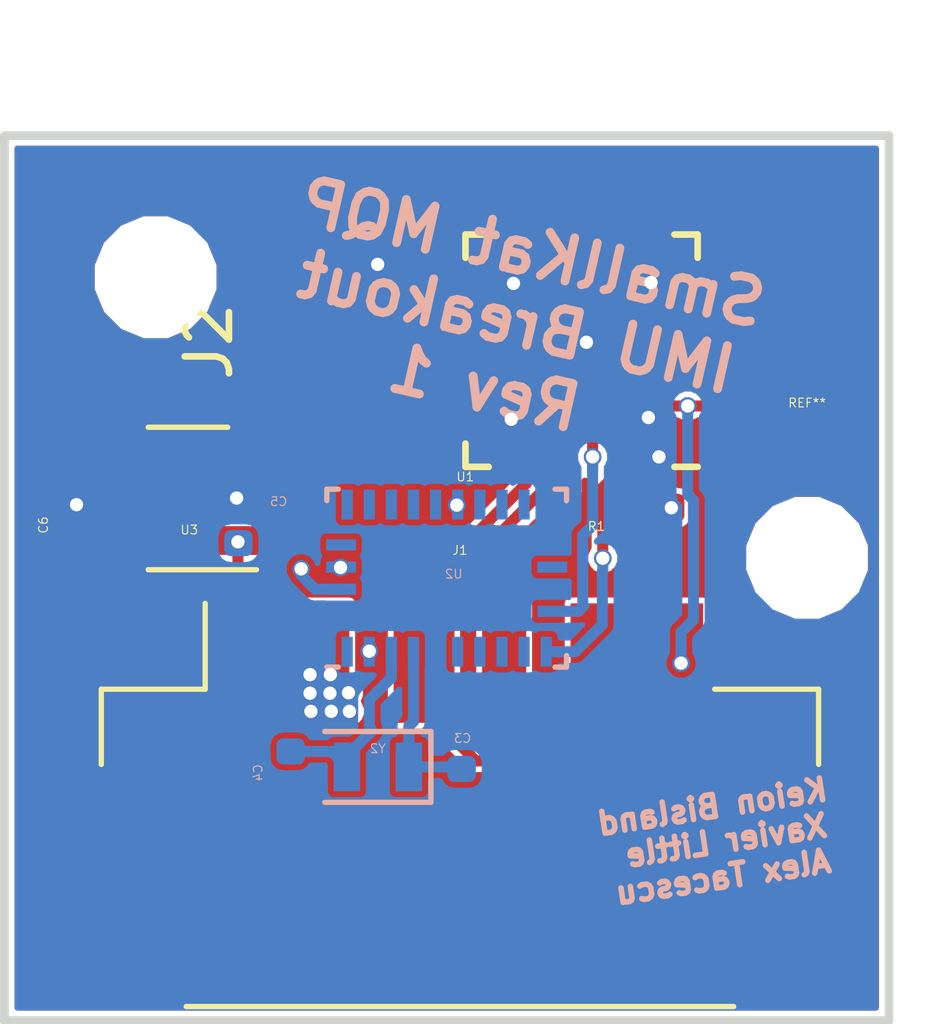
<source format=kicad_pcb>
(kicad_pcb (version 20171130) (host pcbnew 5.0.1-33cea8e~67~ubuntu16.04.1)

  (general
    (thickness 1.6)
    (drawings 6)
    (tracks 103)
    (zones 0)
    (modules 13)
    (nets 15)
  )

  (page A4)
  (layers
    (0 F.Cu signal)
    (31 B.Cu signal)
    (32 B.Adhes user)
    (33 F.Adhes user)
    (34 B.Paste user)
    (35 F.Paste user)
    (36 B.SilkS user)
    (37 F.SilkS user)
    (38 B.Mask user)
    (39 F.Mask user)
    (40 Dwgs.User user)
    (41 Cmts.User user)
    (42 Eco1.User user)
    (43 Eco2.User user)
    (44 Edge.Cuts user)
    (45 Margin user)
    (46 B.CrtYd user)
    (47 F.CrtYd user)
    (48 B.Fab user)
    (49 F.Fab user)
  )

  (setup
    (last_trace_width 0.25)
    (trace_clearance 0.127)
    (zone_clearance 0.127)
    (zone_45_only no)
    (trace_min 0.2)
    (segment_width 0.2)
    (edge_width 0.15)
    (via_size 0.4)
    (via_drill 0.3)
    (via_min_size 0.4)
    (via_min_drill 0.3)
    (uvia_size 0.3)
    (uvia_drill 0.1)
    (uvias_allowed no)
    (uvia_min_size 0.2)
    (uvia_min_drill 0.1)
    (pcb_text_width 0.3)
    (pcb_text_size 1.5 1.5)
    (mod_edge_width 0.15)
    (mod_text_size 0.2 0.2)
    (mod_text_width 0.025)
    (pad_size 1.524 1.524)
    (pad_drill 0.762)
    (pad_to_mask_clearance 0.2)
    (solder_mask_min_width 0.25)
    (aux_axis_origin 0 0)
    (visible_elements FFFFFF7F)
    (pcbplotparams
      (layerselection 0x010fc_ffffffff)
      (usegerberextensions false)
      (usegerberattributes false)
      (usegerberadvancedattributes false)
      (creategerberjobfile false)
      (excludeedgelayer true)
      (linewidth 0.100000)
      (plotframeref false)
      (viasonmask false)
      (mode 1)
      (useauxorigin false)
      (hpglpennumber 1)
      (hpglpenspeed 20)
      (hpglpendiameter 15.000000)
      (psnegative false)
      (psa4output false)
      (plotreference true)
      (plotvalue true)
      (plotinvisibletext false)
      (padsonsilk false)
      (subtractmaskfromsilk false)
      (outputformat 1)
      (mirror false)
      (drillshape 0)
      (scaleselection 1)
      (outputdirectory "GERBER/"))
  )

  (net 0 "")
  (net 1 GND)
  (net 2 "Net-(C3-Pad2)")
  (net 3 "Net-(C4-Pad2)")
  (net 4 +BATT)
  (net 5 +3V3)
  (net 6 SCK)
  (net 7 MOSI)
  (net 8 MISO)
  (net 9 CS)
  (net 10 SCL)
  (net 11 SDA)
  (net 12 "Net-(R1-Pad2)")
  (net 13 SWCLK)
  (net 14 SWDIO)

  (net_class Default "This is the default net class."
    (clearance 0.127)
    (trace_width 0.25)
    (via_dia 0.4)
    (via_drill 0.3)
    (uvia_dia 0.3)
    (uvia_drill 0.1)
    (add_net +3V3)
    (add_net CS)
    (add_net GND)
    (add_net MISO)
    (add_net MOSI)
    (add_net "Net-(C3-Pad2)")
    (add_net "Net-(C4-Pad2)")
    (add_net "Net-(R1-Pad2)")
    (add_net SCK)
    (add_net SCL)
    (add_net SDA)
    (add_net SWCLK)
    (add_net SWDIO)
  )

  (net_class Power ""
    (clearance 0.127)
    (trace_width 0.25)
    (via_dia 0.4)
    (via_drill 0.3)
    (uvia_dia 0.3)
    (uvia_drill 0.1)
    (add_net +BATT)
  )

  (module Capacitor_SMD:C_0402_1005Metric (layer B.Cu) (tedit 5B301BBE) (tstamp 5B85A36E)
    (at 10.34 14.795 90)
    (descr "Capacitor SMD 0402 (1005 Metric), square (rectangular) end terminal, IPC_7351 nominal, (Body size source: http://www.tortai-tech.com/upload/download/2011102023233369053.pdf), generated with kicad-footprint-generator")
    (tags capacitor)
    (path /5B81E53D)
    (attr smd)
    (fp_text reference C3 (at 1.175 0.02 180) (layer B.SilkS)
      (effects (font (size 0.2 0.2) (thickness 0.025)) (justify mirror))
    )
    (fp_text value 10PF (at 0 -1.17 90) (layer B.Fab)
      (effects (font (size 0.2 0.2) (thickness 0.025)) (justify mirror))
    )
    (fp_text user %R (at 0 0 90) (layer B.Fab)
      (effects (font (size 0.2 0.2) (thickness 0.025)) (justify mirror))
    )
    (fp_line (start 0.93 -0.47) (end -0.93 -0.47) (layer B.CrtYd) (width 0.05))
    (fp_line (start 0.93 0.47) (end 0.93 -0.47) (layer B.CrtYd) (width 0.05))
    (fp_line (start -0.93 0.47) (end 0.93 0.47) (layer B.CrtYd) (width 0.05))
    (fp_line (start -0.93 -0.47) (end -0.93 0.47) (layer B.CrtYd) (width 0.05))
    (fp_line (start 0.5 -0.25) (end -0.5 -0.25) (layer B.Fab) (width 0.1))
    (fp_line (start 0.5 0.25) (end 0.5 -0.25) (layer B.Fab) (width 0.1))
    (fp_line (start -0.5 0.25) (end 0.5 0.25) (layer B.Fab) (width 0.1))
    (fp_line (start -0.5 -0.25) (end -0.5 0.25) (layer B.Fab) (width 0.1))
    (pad 2 smd roundrect (at 0.485 0 90) (size 0.59 0.64) (layers B.Cu B.Paste B.Mask) (roundrect_rratio 0.25)
      (net 2 "Net-(C3-Pad2)"))
    (pad 1 smd roundrect (at -0.485 0 90) (size 0.59 0.64) (layers B.Cu B.Paste B.Mask) (roundrect_rratio 0.25)
      (net 1 GND))
    (model ${KISYS3DMOD}/Capacitor_SMD.3dshapes/C_0402_1005Metric.wrl
      (at (xyz 0 0 0))
      (scale (xyz 1 1 1))
      (rotate (xyz 0 0 0))
    )
  )

  (module Capacitor_SMD:C_0402_1005Metric (layer B.Cu) (tedit 5B301BBE) (tstamp 5B980127)
    (at 6.47 14.4 90)
    (descr "Capacitor SMD 0402 (1005 Metric), square (rectangular) end terminal, IPC_7351 nominal, (Body size source: http://www.tortai-tech.com/upload/download/2011102023233369053.pdf), generated with kicad-footprint-generator")
    (tags capacitor)
    (path /5B81E4FD)
    (attr smd)
    (fp_text reference C4 (at 0 -0.736 90) (layer B.SilkS)
      (effects (font (size 0.2 0.2) (thickness 0.025)) (justify mirror))
    )
    (fp_text value 10PF (at 0 -1.17 90) (layer B.Fab)
      (effects (font (size 0.2 0.2) (thickness 0.025)) (justify mirror))
    )
    (fp_line (start -0.5 -0.25) (end -0.5 0.25) (layer B.Fab) (width 0.1))
    (fp_line (start -0.5 0.25) (end 0.5 0.25) (layer B.Fab) (width 0.1))
    (fp_line (start 0.5 0.25) (end 0.5 -0.25) (layer B.Fab) (width 0.1))
    (fp_line (start 0.5 -0.25) (end -0.5 -0.25) (layer B.Fab) (width 0.1))
    (fp_line (start -0.93 -0.47) (end -0.93 0.47) (layer B.CrtYd) (width 0.05))
    (fp_line (start -0.93 0.47) (end 0.93 0.47) (layer B.CrtYd) (width 0.05))
    (fp_line (start 0.93 0.47) (end 0.93 -0.47) (layer B.CrtYd) (width 0.05))
    (fp_line (start 0.93 -0.47) (end -0.93 -0.47) (layer B.CrtYd) (width 0.05))
    (fp_text user %R (at 0.094 -0.03 90) (layer F.Fab)
      (effects (font (size 0.2 0.2) (thickness 0.025)))
    )
    (pad 1 smd roundrect (at -0.485 0 90) (size 0.59 0.64) (layers B.Cu B.Paste B.Mask) (roundrect_rratio 0.25)
      (net 1 GND))
    (pad 2 smd roundrect (at 0.485 0 90) (size 0.59 0.64) (layers B.Cu B.Paste B.Mask) (roundrect_rratio 0.25)
      (net 3 "Net-(C4-Pad2)"))
    (model ${KISYS3DMOD}/Capacitor_SMD.3dshapes/C_0402_1005Metric.wrl
      (at (xyz 0 0 0))
      (scale (xyz 1 1 1))
      (rotate (xyz 0 0 0))
    )
  )

  (module Capacitor_SMD:C_0402_1005Metric (layer B.Cu) (tedit 5B301BBE) (tstamp 5B8DEF4B)
    (at 5.29 8.725 270)
    (descr "Capacitor SMD 0402 (1005 Metric), square (rectangular) end terminal, IPC_7351 nominal, (Body size source: http://www.tortai-tech.com/upload/download/2011102023233369053.pdf), generated with kicad-footprint-generator")
    (tags capacitor)
    (path /5B81FC37)
    (attr smd)
    (fp_text reference C5 (at -0.455 -0.91) (layer B.SilkS)
      (effects (font (size 0.2 0.2) (thickness 0.025)) (justify mirror))
    )
    (fp_text value 1UF (at 0 -1.17 270) (layer B.Fab)
      (effects (font (size 0.2 0.2) (thickness 0.025)) (justify mirror))
    )
    (fp_line (start -0.5 -0.25) (end -0.5 0.25) (layer B.Fab) (width 0.1))
    (fp_line (start -0.5 0.25) (end 0.5 0.25) (layer B.Fab) (width 0.1))
    (fp_line (start 0.5 0.25) (end 0.5 -0.25) (layer B.Fab) (width 0.1))
    (fp_line (start 0.5 -0.25) (end -0.5 -0.25) (layer B.Fab) (width 0.1))
    (fp_line (start -0.93 -0.47) (end -0.93 0.47) (layer B.CrtYd) (width 0.05))
    (fp_line (start -0.93 0.47) (end 0.93 0.47) (layer B.CrtYd) (width 0.05))
    (fp_line (start 0.93 0.47) (end 0.93 -0.47) (layer B.CrtYd) (width 0.05))
    (fp_line (start 0.93 -0.47) (end -0.93 -0.47) (layer B.CrtYd) (width 0.05))
    (fp_text user %R (at 0 0 270) (layer B.Fab)
      (effects (font (size 0.2 0.2) (thickness 0.025)) (justify mirror))
    )
    (pad 1 smd roundrect (at -0.485 0 270) (size 0.59 0.64) (layers B.Cu B.Paste B.Mask) (roundrect_rratio 0.25)
      (net 1 GND))
    (pad 2 smd roundrect (at 0.485 0 270) (size 0.59 0.64) (layers B.Cu B.Paste B.Mask) (roundrect_rratio 0.25)
      (net 4 +BATT))
    (model ${KISYS3DMOD}/Capacitor_SMD.3dshapes/C_0402_1005Metric.wrl
      (at (xyz 0 0 0))
      (scale (xyz 1 1 1))
      (rotate (xyz 0 0 0))
    )
  )

  (module Capacitor_SMD:C_0402_1005Metric (layer F.Cu) (tedit 5B301BBE) (tstamp 5B8E0BF7)
    (at 1.62 8.85 270)
    (descr "Capacitor SMD 0402 (1005 Metric), square (rectangular) end terminal, IPC_7351 nominal, (Body size source: http://www.tortai-tech.com/upload/download/2011102023233369053.pdf), generated with kicad-footprint-generator")
    (tags capacitor)
    (path /5B81FC8C)
    (attr smd)
    (fp_text reference C6 (at -0.05 0.74 270) (layer F.SilkS)
      (effects (font (size 0.2 0.2) (thickness 0.025)))
    )
    (fp_text value 1UF (at -0.09 0.59 270) (layer F.Fab)
      (effects (font (size 0.2 0.2) (thickness 0.025)))
    )
    (fp_text user %R (at 0 0 270) (layer F.Fab)
      (effects (font (size 0.2 0.2) (thickness 0.025)))
    )
    (fp_line (start 0.93 0.47) (end -0.93 0.47) (layer F.CrtYd) (width 0.05))
    (fp_line (start 0.93 -0.47) (end 0.93 0.47) (layer F.CrtYd) (width 0.05))
    (fp_line (start -0.93 -0.47) (end 0.93 -0.47) (layer F.CrtYd) (width 0.05))
    (fp_line (start -0.93 0.47) (end -0.93 -0.47) (layer F.CrtYd) (width 0.05))
    (fp_line (start 0.5 0.25) (end -0.5 0.25) (layer F.Fab) (width 0.1))
    (fp_line (start 0.5 -0.25) (end 0.5 0.25) (layer F.Fab) (width 0.1))
    (fp_line (start -0.5 -0.25) (end 0.5 -0.25) (layer F.Fab) (width 0.1))
    (fp_line (start -0.5 0.25) (end -0.5 -0.25) (layer F.Fab) (width 0.1))
    (pad 2 smd roundrect (at 0.485 0 270) (size 0.59 0.64) (layers F.Cu F.Paste F.Mask) (roundrect_rratio 0.25)
      (net 5 +3V3))
    (pad 1 smd roundrect (at -0.485 0 270) (size 0.59 0.64) (layers F.Cu F.Paste F.Mask) (roundrect_rratio 0.25)
      (net 1 GND))
    (model ${KISYS3DMOD}/Capacitor_SMD.3dshapes/C_0402_1005Metric.wrl
      (at (xyz 0 0 0))
      (scale (xyz 1 1 1))
      (rotate (xyz 0 0 0))
    )
  )

  (module Connector_Molex:Molex_CLIK-Mate_502494-0670_1x06-1MP_P2.00mm_Horizontal (layer F.Cu) (tedit 5AA46ED0) (tstamp 5B8DEF7B)
    (at 10.3 14.42)
    (descr "Molex CLIK-Mate series connector, 502494-0670 (http://www.molex.com/pdm_docs/sd/5024940270_sd.pdf), generated with kicad-footprint-generator")
    (tags "connector Molex CLIK-Mate top entry")
    (path /5B81E221)
    (attr smd)
    (fp_text reference J1 (at 0 -5.05) (layer F.SilkS)
      (effects (font (size 0.2 0.2) (thickness 0.025)))
    )
    (fp_text value Conn_01x06_Male (at 2.164999 3.804999) (layer F.Fab)
      (effects (font (size 0.2 0.2) (thickness 0.025)))
    )
    (fp_line (start -8 -1.8) (end 8 -1.8) (layer F.Fab) (width 0.1))
    (fp_line (start -8.11 -0.21) (end -8.11 -1.91) (layer F.SilkS) (width 0.12))
    (fp_line (start -8.11 -1.91) (end -5.76 -1.91) (layer F.SilkS) (width 0.12))
    (fp_line (start -5.76 -1.91) (end -5.76 -3.85) (layer F.SilkS) (width 0.12))
    (fp_line (start 8.11 -0.21) (end 8.11 -1.91) (layer F.SilkS) (width 0.12))
    (fp_line (start 8.11 -1.91) (end 5.76 -1.91) (layer F.SilkS) (width 0.12))
    (fp_line (start -6.19 5.26) (end 6.19 5.26) (layer F.SilkS) (width 0.12))
    (fp_line (start -8 2.55) (end -7.67 2.55) (layer F.Fab) (width 0.1))
    (fp_line (start -7.67 2.55) (end -7.67 5.15) (layer F.Fab) (width 0.1))
    (fp_line (start -7.67 5.15) (end 7.67 5.15) (layer F.Fab) (width 0.1))
    (fp_line (start 7.67 5.15) (end 7.67 2.55) (layer F.Fab) (width 0.1))
    (fp_line (start 7.67 2.55) (end 8 2.55) (layer F.Fab) (width 0.1))
    (fp_line (start -8 -1.8) (end -8 2.55) (layer F.Fab) (width 0.1))
    (fp_line (start 8 -1.8) (end 8 2.55) (layer F.Fab) (width 0.1))
    (fp_line (start -8.75 -4.35) (end -8.75 5.65) (layer F.CrtYd) (width 0.05))
    (fp_line (start -8.75 5.65) (end 8.75 5.65) (layer F.CrtYd) (width 0.05))
    (fp_line (start 8.75 5.65) (end 8.75 -4.35) (layer F.CrtYd) (width 0.05))
    (fp_line (start 8.75 -4.35) (end -8.75 -4.35) (layer F.CrtYd) (width 0.05))
    (fp_line (start -5.5 -1.8) (end -5 -1.092893) (layer F.Fab) (width 0.1))
    (fp_line (start -5 -1.092893) (end -4.5 -1.8) (layer F.Fab) (width 0.1))
    (fp_text user %R (at -1.295001 0.194999) (layer F.Fab)
      (effects (font (size 0.2 0.2) (thickness 0.025)))
    )
    (pad 1 smd rect (at -5 -2.5) (size 1 2.7) (layers F.Cu F.Paste F.Mask)
      (net 4 +BATT))
    (pad 2 smd rect (at -3 -2.5) (size 1 2.7) (layers F.Cu F.Paste F.Mask)
      (net 1 GND))
    (pad 3 smd rect (at -1 -2.5) (size 1 2.7) (layers F.Cu F.Paste F.Mask)
      (net 6 SCK))
    (pad 4 smd rect (at 1 -2.5) (size 1 2.7) (layers F.Cu F.Paste F.Mask)
      (net 7 MOSI))
    (pad 5 smd rect (at 3 -2.5) (size 1 2.7) (layers F.Cu F.Paste F.Mask)
      (net 8 MISO))
    (pad 6 smd rect (at 5 -2.5) (size 1 2.7) (layers F.Cu F.Paste F.Mask)
      (net 9 CS))
    (pad MP smd rect (at -7.35 1.95) (size 1.8 3.8) (layers F.Cu F.Paste F.Mask))
    (pad MP smd rect (at 7.35 1.95) (size 1.8 3.8) (layers F.Cu F.Paste F.Mask))
    (model ${KISYS3DMOD}/Connector_Molex.3dshapes/Molex_CLIK-Mate_502494-0670_1x06-1MP_P2.00mm_Horizontal.wrl
      (at (xyz 0 0 0))
      (scale (xyz 1 1 1))
      (rotate (xyz 0 0 0))
    )
    (model /home/kbisland/Downloads/5024430670.stp
      (offset (xyz 0 -1 6))
      (scale (xyz 1 1 1))
      (rotate (xyz 0 180 180))
    )
  )

  (module Package_DFN_QFN:QFN-32-1EP_5x5mm_P0.5mm_EP3.45x3.45mm (layer F.Cu) (tedit 5A651CE1) (tstamp 5BC1723D)
    (at 13.05 4.86 180)
    (descr "UH Package; 32-Lead Plastic QFN (5mm x 5mm); (see Linear Technology QFN_32_05-08-1693.pdf)")
    (tags "QFN 0.5")
    (path /5B81E848)
    (attr smd)
    (fp_text reference U1 (at 2.63 -2.85 180) (layer F.SilkS)
      (effects (font (size 0.2 0.2) (thickness 0.025)))
    )
    (fp_text value STM32L432KCUx (at 0 3.75 180) (layer F.Fab)
      (effects (font (size 0.2 0.2) (thickness 0.025)))
    )
    (fp_text user %R (at 0 0 180) (layer F.Fab)
      (effects (font (size 0.2 0.2) (thickness 0.025)))
    )
    (fp_line (start -1.5 -2.5) (end 2.5 -2.5) (layer F.Fab) (width 0.15))
    (fp_line (start 2.5 -2.5) (end 2.5 2.5) (layer F.Fab) (width 0.15))
    (fp_line (start 2.5 2.5) (end -2.5 2.5) (layer F.Fab) (width 0.15))
    (fp_line (start -2.5 2.5) (end -2.5 -1.5) (layer F.Fab) (width 0.15))
    (fp_line (start -2.5 -1.5) (end -1.5 -2.5) (layer F.Fab) (width 0.15))
    (fp_line (start -3 -3) (end -3 3) (layer F.CrtYd) (width 0.05))
    (fp_line (start 3 -3) (end 3 3) (layer F.CrtYd) (width 0.05))
    (fp_line (start -3 -3) (end 3 -3) (layer F.CrtYd) (width 0.05))
    (fp_line (start -3 3) (end 3 3) (layer F.CrtYd) (width 0.05))
    (fp_line (start 2.625 -2.625) (end 2.625 -2.1) (layer F.SilkS) (width 0.15))
    (fp_line (start -2.625 2.625) (end -2.625 2.1) (layer F.SilkS) (width 0.15))
    (fp_line (start 2.625 2.625) (end 2.625 2.1) (layer F.SilkS) (width 0.15))
    (fp_line (start -2.625 -2.625) (end -2.1 -2.625) (layer F.SilkS) (width 0.15))
    (fp_line (start -2.625 2.625) (end -2.1 2.625) (layer F.SilkS) (width 0.15))
    (fp_line (start 2.625 2.625) (end 2.1 2.625) (layer F.SilkS) (width 0.15))
    (fp_line (start 2.625 -2.625) (end 2.1 -2.625) (layer F.SilkS) (width 0.15))
    (pad 1 smd rect (at -2.4 -1.75 180) (size 0.7 0.25) (layers F.Cu F.Paste F.Mask)
      (net 5 +3V3))
    (pad 2 smd rect (at -2.4 -1.25 180) (size 0.7 0.25) (layers F.Cu F.Paste F.Mask)
      (net 9 CS))
    (pad 3 smd rect (at -2.4 -0.75 180) (size 0.7 0.25) (layers F.Cu F.Paste F.Mask))
    (pad 4 smd rect (at -2.4 -0.25 180) (size 0.7 0.25) (layers F.Cu F.Paste F.Mask))
    (pad 5 smd rect (at -2.4 0.25 180) (size 0.7 0.25) (layers F.Cu F.Paste F.Mask)
      (net 5 +3V3))
    (pad 6 smd rect (at -2.4 0.75 180) (size 0.7 0.25) (layers F.Cu F.Paste F.Mask))
    (pad 7 smd rect (at -2.4 1.25 180) (size 0.7 0.25) (layers F.Cu F.Paste F.Mask))
    (pad 8 smd rect (at -2.4 1.75 180) (size 0.7 0.25) (layers F.Cu F.Paste F.Mask))
    (pad 9 smd rect (at -1.75 2.4 270) (size 0.7 0.25) (layers F.Cu F.Paste F.Mask))
    (pad 10 smd rect (at -1.25 2.4 270) (size 0.7 0.25) (layers F.Cu F.Paste F.Mask))
    (pad 11 smd rect (at -0.75 2.4 270) (size 0.7 0.25) (layers F.Cu F.Paste F.Mask))
    (pad 12 smd rect (at -0.25 2.4 270) (size 0.7 0.25) (layers F.Cu F.Paste F.Mask))
    (pad 13 smd rect (at 0.25 2.4 270) (size 0.7 0.25) (layers F.Cu F.Paste F.Mask))
    (pad 14 smd rect (at 0.75 2.4 270) (size 0.7 0.25) (layers F.Cu F.Paste F.Mask))
    (pad 15 smd rect (at 1.25 2.4 270) (size 0.7 0.25) (layers F.Cu F.Paste F.Mask))
    (pad 16 smd rect (at 1.75 2.4 270) (size 0.7 0.25) (layers F.Cu F.Paste F.Mask)
      (net 1 GND))
    (pad 17 smd rect (at 2.4 1.75 180) (size 0.7 0.25) (layers F.Cu F.Paste F.Mask)
      (net 5 +3V3))
    (pad 18 smd rect (at 2.4 1.25 180) (size 0.7 0.25) (layers F.Cu F.Paste F.Mask))
    (pad 19 smd rect (at 2.4 0.75 180) (size 0.7 0.25) (layers F.Cu F.Paste F.Mask))
    (pad 20 smd rect (at 2.4 0.25 180) (size 0.7 0.25) (layers F.Cu F.Paste F.Mask))
    (pad 21 smd rect (at 2.4 -0.25 180) (size 0.7 0.25) (layers F.Cu F.Paste F.Mask))
    (pad 22 smd rect (at 2.4 -0.75 180) (size 0.7 0.25) (layers F.Cu F.Paste F.Mask))
    (pad 23 smd rect (at 2.4 -1.25 180) (size 0.7 0.25) (layers F.Cu F.Paste F.Mask)
      (net 14 SWDIO))
    (pad 24 smd rect (at 2.4 -1.75 180) (size 0.7 0.25) (layers F.Cu F.Paste F.Mask)
      (net 13 SWCLK))
    (pad 25 smd rect (at 1.75 -2.4 270) (size 0.7 0.25) (layers F.Cu F.Paste F.Mask))
    (pad 26 smd rect (at 1.25 -2.4 270) (size 0.7 0.25) (layers F.Cu F.Paste F.Mask)
      (net 6 SCK))
    (pad 27 smd rect (at 0.75 -2.4 270) (size 0.7 0.25) (layers F.Cu F.Paste F.Mask)
      (net 8 MISO))
    (pad 28 smd rect (at 0.25 -2.4 270) (size 0.7 0.25) (layers F.Cu F.Paste F.Mask)
      (net 7 MOSI))
    (pad 29 smd rect (at -0.25 -2.4 270) (size 0.7 0.25) (layers F.Cu F.Paste F.Mask)
      (net 10 SCL))
    (pad 30 smd rect (at -0.75 -2.4 270) (size 0.7 0.25) (layers F.Cu F.Paste F.Mask)
      (net 11 SDA))
    (pad 31 smd rect (at -1.25 -2.4 270) (size 0.7 0.25) (layers F.Cu F.Paste F.Mask)
      (net 12 "Net-(R1-Pad2)"))
    (pad 32 smd rect (at -1.75 -2.4 270) (size 0.7 0.25) (layers F.Cu F.Paste F.Mask)
      (net 1 GND))
    (pad "" smd rect (at 1.15 1.15 180) (size 0.92 0.92) (layers F.Paste))
    (pad 33 smd rect (at 0 0 180) (size 3.45 3.45) (layers F.Cu F.Mask)
      (net 1 GND))
    (pad "" smd rect (at 0 1.15 180) (size 0.92 0.92) (layers F.Paste))
    (pad "" smd rect (at -1.15 1.15 180) (size 0.92 0.92) (layers F.Paste))
    (pad "" smd rect (at -1.15 0 180) (size 0.92 0.92) (layers F.Paste))
    (pad "" smd rect (at 0 0 180) (size 0.92 0.92) (layers F.Paste))
    (pad "" smd rect (at 1.15 0 180) (size 0.92 0.92) (layers F.Paste))
    (pad "" smd rect (at -1.15 -1.15 180) (size 0.92 0.92) (layers F.Paste))
    (pad "" smd rect (at 0 -1.15 180) (size 0.92 0.92) (layers F.Paste))
    (pad "" smd rect (at 1.15 -1.15 180) (size 0.92 0.92) (layers F.Paste))
    (model ${KISYS3DMOD}/Package_DFN_QFN.3dshapes/QFN-32-1EP_5x5mm_P0.5mm_EP3.45x3.45mm.wrl
      (at (xyz 0 0 0))
      (scale (xyz 1 1 1))
      (rotate (xyz 0 0 0))
    )
  )

  (module Package_LGA:LGA-28_5.2x3.8mm_P0.5mm (layer B.Cu) (tedit 5A02F217) (tstamp 5B98025F)
    (at 10 10)
    (descr "LGA 28 5.2x3.8mm Pitch 0.5mm")
    (tags "LGA 28 5.2x3.8mm Pitch 0.5mm")
    (path /5B81E05E)
    (attr smd)
    (fp_text reference U2 (at 0.16 -0.094) (layer B.SilkS)
      (effects (font (size 0.2 0.2) (thickness 0.025)) (justify mirror))
    )
    (fp_text value BNO055 (at 0.16 -0.602) (layer B.Fab)
      (effects (font (size 0.2 0.2) (thickness 0.025)) (justify mirror))
    )
    (fp_line (start -2.6 1.4) (end -2.1 1.9) (layer B.Fab) (width 0.1))
    (fp_line (start -2.98 2.25) (end -2.98 -2.25) (layer B.CrtYd) (width 0.05))
    (fp_line (start -2.98 -2.25) (end 2.98 -2.25) (layer B.CrtYd) (width 0.05))
    (fp_line (start 2.98 -2.25) (end 2.98 2.25) (layer B.CrtYd) (width 0.05))
    (fp_line (start 2.98 2.25) (end -2.98 2.25) (layer B.CrtYd) (width 0.05))
    (fp_line (start 2.71 2.01) (end 2.71 1.75) (layer B.SilkS) (width 0.12))
    (fp_line (start 2.71 2.01) (end 2.45 2.01) (layer B.SilkS) (width 0.12))
    (fp_line (start 2.71 -2.01) (end 2.71 -1.75) (layer B.SilkS) (width 0.12))
    (fp_line (start 2.71 -2.01) (end 2.45 -2.01) (layer B.SilkS) (width 0.12))
    (fp_line (start -2.71 2.01) (end -2.45 2.01) (layer B.SilkS) (width 0.12))
    (fp_line (start -2.71 -2.01) (end -2.71 -1.75) (layer B.SilkS) (width 0.12))
    (fp_line (start -2.71 -2.01) (end -2.45 -2.01) (layer B.SilkS) (width 0.12))
    (fp_line (start -2.6 1.4) (end -2.6 -1.9) (layer B.Fab) (width 0.1))
    (fp_line (start -2.6 -1.9) (end 2.6 -1.9) (layer B.Fab) (width 0.1))
    (fp_line (start 2.6 -1.9) (end 2.6 1.9) (layer B.Fab) (width 0.1))
    (fp_line (start 2.6 1.9) (end -2.1 1.9) (layer B.Fab) (width 0.1))
    (fp_text user %R (at 0 0) (layer B.Fab)
      (effects (font (size 0.2 0.2) (thickness 0.025)) (justify mirror))
    )
    (pad 19 smd rect (at 2.3875 0.75 270) (size 0.254 0.675) (layers B.Cu B.Paste B.Mask)
      (net 10 SCL))
    (pad 6 smd rect (at -2.25 -1.6625) (size 0.254 0.675) (layers B.Cu B.Paste B.Mask))
    (pad 2 smd rect (at -2.3875 0.75 270) (size 0.254 0.675) (layers B.Cu B.Paste B.Mask)
      (net 1 GND))
    (pad 1 smd rect (at -2.25 1.6625) (size 0.254 0.675) (layers B.Cu B.Paste B.Mask))
    (pad 3 smd rect (at -2.3875 0.25 270) (size 0.254 0.675) (layers B.Cu B.Paste B.Mask)
      (net 5 +3V3))
    (pad 4 smd rect (at -2.3875 -0.25 270) (size 0.254 0.675) (layers B.Cu B.Paste B.Mask)
      (net 5 +3V3))
    (pad 5 smd rect (at -2.3875 -0.75 270) (size 0.254 0.675) (layers B.Cu B.Paste B.Mask))
    (pad 28 smd rect (at -1.75 1.6625) (size 0.254 0.675) (layers B.Cu B.Paste B.Mask)
      (net 5 +3V3))
    (pad 27 smd rect (at -1.25 1.6625) (size 0.254 0.675) (layers B.Cu B.Paste B.Mask)
      (net 3 "Net-(C4-Pad2)"))
    (pad 26 smd rect (at -0.75 1.6625) (size 0.254 0.675) (layers B.Cu B.Paste B.Mask)
      (net 2 "Net-(C3-Pad2)"))
    (pad 25 smd rect (at -0.25 1.6625) (size 0.254 0.675) (layers B.Cu B.Paste B.Mask)
      (net 1 GND))
    (pad 24 smd rect (at 0.25 1.6625) (size 0.254 0.675) (layers B.Cu B.Paste B.Mask))
    (pad 23 smd rect (at 0.75 1.6625) (size 0.254 0.675) (layers B.Cu B.Paste B.Mask))
    (pad 22 smd rect (at 1.25 1.6625) (size 0.254 0.675) (layers B.Cu B.Paste B.Mask))
    (pad 21 smd rect (at 1.75 1.6625) (size 0.254 0.675) (layers B.Cu B.Paste B.Mask))
    (pad 20 smd rect (at 2.25 1.6625) (size 0.254 0.675) (layers B.Cu B.Paste B.Mask)
      (net 11 SDA))
    (pad 7 smd rect (at -1.75 -1.6625) (size 0.254 0.675) (layers B.Cu B.Paste B.Mask))
    (pad 8 smd rect (at -1.25 -1.6625) (size 0.254 0.675) (layers B.Cu B.Paste B.Mask))
    (pad 9 smd rect (at -0.75 -1.6625) (size 0.254 0.675) (layers B.Cu B.Paste B.Mask))
    (pad 10 smd rect (at -0.25 -1.6625) (size 0.254 0.675) (layers B.Cu B.Paste B.Mask))
    (pad 11 smd rect (at 0.25 -1.6625) (size 0.254 0.675) (layers B.Cu B.Paste B.Mask)
      (net 5 +3V3))
    (pad 12 smd rect (at 0.75 -1.6625) (size 0.254 0.675) (layers B.Cu B.Paste B.Mask))
    (pad 13 smd rect (at 1.25 -1.6625) (size 0.254 0.675) (layers B.Cu B.Paste B.Mask))
    (pad 14 smd rect (at 1.75 -1.6625) (size 0.254 0.675) (layers B.Cu B.Paste B.Mask))
    (pad 15 smd rect (at 2.25 -1.6625) (size 0.254 0.675) (layers B.Cu B.Paste B.Mask)
      (net 1 GND))
    (pad 18 smd rect (at 2.3875 0.25 270) (size 0.254 0.675) (layers B.Cu B.Paste B.Mask)
      (net 1 GND))
    (pad 17 smd rect (at 2.3875 -0.25 270) (size 0.254 0.675) (layers B.Cu B.Paste B.Mask))
    (pad 16 smd rect (at 2.3875 -0.75 270) (size 0.254 0.675) (layers B.Cu B.Paste B.Mask)
      (net 1 GND))
    (model ${KISYS3DMOD}/Package_LGA.3dshapes/LGA-28_5.2x3.8mm_P0.5mm.wrl
      (at (xyz 0 0 0))
      (scale (xyz 1 1 1))
      (rotate (xyz 0 0 0))
    )
  )

  (module Package_TO_SOT_SMD:SOT-23-5 (layer F.Cu) (tedit 5A02FF57) (tstamp 5B8DFE28)
    (at 4.15 8.2 180)
    (descr "5-pin SOT23 package")
    (tags SOT-23-5)
    (path /5B81FBD8)
    (attr smd)
    (fp_text reference U3 (at -0.03 -0.71 180) (layer F.SilkS)
      (effects (font (size 0.2 0.2) (thickness 0.025)))
    )
    (fp_text value MIC5501-3.0YM5 (at 0 2.91 180) (layer F.Fab)
      (effects (font (size 0.2 0.2) (thickness 0.025)))
    )
    (fp_text user %R (at 0 0 270) (layer F.Fab)
      (effects (font (size 0.2 0.2) (thickness 0.025)))
    )
    (fp_line (start -0.9 1.61) (end 0.9 1.61) (layer F.SilkS) (width 0.12))
    (fp_line (start 0.9 -1.61) (end -1.55 -1.61) (layer F.SilkS) (width 0.12))
    (fp_line (start -1.9 -1.8) (end 1.9 -1.8) (layer F.CrtYd) (width 0.05))
    (fp_line (start 1.9 -1.8) (end 1.9 1.8) (layer F.CrtYd) (width 0.05))
    (fp_line (start 1.9 1.8) (end -1.9 1.8) (layer F.CrtYd) (width 0.05))
    (fp_line (start -1.9 1.8) (end -1.9 -1.8) (layer F.CrtYd) (width 0.05))
    (fp_line (start -0.9 -0.9) (end -0.25 -1.55) (layer F.Fab) (width 0.1))
    (fp_line (start 0.9 -1.55) (end -0.25 -1.55) (layer F.Fab) (width 0.1))
    (fp_line (start -0.9 -0.9) (end -0.9 1.55) (layer F.Fab) (width 0.1))
    (fp_line (start 0.9 1.55) (end -0.9 1.55) (layer F.Fab) (width 0.1))
    (fp_line (start 0.9 -1.55) (end 0.9 1.55) (layer F.Fab) (width 0.1))
    (pad 1 smd rect (at -1.1 -0.95 180) (size 1.06 0.65) (layers F.Cu F.Paste F.Mask)
      (net 4 +BATT))
    (pad 2 smd rect (at -1.1 0 180) (size 1.06 0.65) (layers F.Cu F.Paste F.Mask)
      (net 1 GND))
    (pad 3 smd rect (at -1.1 0.95 180) (size 1.06 0.65) (layers F.Cu F.Paste F.Mask)
      (net 4 +BATT))
    (pad 4 smd rect (at 1.1 0.95 180) (size 1.06 0.65) (layers F.Cu F.Paste F.Mask))
    (pad 5 smd rect (at 1.1 -0.95 180) (size 1.06 0.65) (layers F.Cu F.Paste F.Mask)
      (net 5 +3V3))
    (model ${KISYS3DMOD}/Package_TO_SOT_SMD.3dshapes/SOT-23-5.wrl
      (at (xyz 0 0 0))
      (scale (xyz 1 1 1))
      (rotate (xyz 0 0 0))
    )
  )

  (module MountingHole:MountingHole_2.5mm (layer F.Cu) (tedit 56D1B4CB) (tstamp 5B97E7F9)
    (at 3.42 3.2)
    (descr "Mounting Hole 2.5mm, no annular")
    (tags "mounting hole 2.5mm no annular")
    (attr virtual)
    (fp_text reference REF** (at -0.02 0.13) (layer F.SilkS)
      (effects (font (size 0.2 0.2) (thickness 0.025)))
    )
    (fp_text value MountingHole_2.5mm (at 0 3.5) (layer F.Fab)
      (effects (font (size 0.2 0.2) (thickness 0.025)))
    )
    (fp_circle (center 0 0) (end 2.75 0) (layer F.CrtYd) (width 0.05))
    (fp_circle (center 0 0) (end 2.5 0) (layer Cmts.User) (width 0.15))
    (fp_text user %R (at 0.3 0) (layer F.Fab)
      (effects (font (size 0.2 0.2) (thickness 0.025)))
    )
    (pad 1 np_thru_hole circle (at 0 0) (size 2.5 2.5) (drill 2.5) (layers *.Cu *.Mask))
  )

  (module MountingHole:MountingHole_2.5mm (layer F.Cu) (tedit 56D1B4CB) (tstamp 5B97E854)
    (at 18.15 9.54)
    (descr "Mounting Hole 2.5mm, no annular")
    (tags "mounting hole 2.5mm no annular")
    (attr virtual)
    (fp_text reference REF** (at 0 -3.5) (layer F.SilkS)
      (effects (font (size 0.2 0.2) (thickness 0.025)))
    )
    (fp_text value MountingHole_2.5mm (at 0 3.5) (layer F.Fab)
      (effects (font (size 0.2 0.2) (thickness 0.025)))
    )
    (fp_circle (center 0 0) (end 2.75 0) (layer F.CrtYd) (width 0.05))
    (fp_circle (center 0 0) (end 2.5 0) (layer Cmts.User) (width 0.15))
    (fp_text user %R (at 0.3 0) (layer F.Fab)
      (effects (font (size 0.2 0.2) (thickness 0.025)))
    )
    (pad 1 np_thru_hole circle (at 0 0) (size 2.5 2.5) (drill 2.5) (layers *.Cu *.Mask))
  )

  (module Resistor_SMD:R_0402_1005Metric (layer F.Cu) (tedit 5B301BBD) (tstamp 5BC172C7)
    (at 14.595 8.41 180)
    (descr "Resistor SMD 0402 (1005 Metric), square (rectangular) end terminal, IPC_7351 nominal, (Body size source: http://www.tortai-tech.com/upload/download/2011102023233369053.pdf), generated with kicad-footprint-generator")
    (tags resistor)
    (path /5B83303E)
    (attr smd)
    (fp_text reference R1 (at 1.21 -0.42 180) (layer F.SilkS)
      (effects (font (size 0.2 0.2) (thickness 0.025)))
    )
    (fp_text value R (at 0 1.17 180) (layer F.Fab)
      (effects (font (size 0.2 0.2) (thickness 0.025)))
    )
    (fp_line (start -0.5 0.25) (end -0.5 -0.25) (layer F.Fab) (width 0.1))
    (fp_line (start -0.5 -0.25) (end 0.5 -0.25) (layer F.Fab) (width 0.1))
    (fp_line (start 0.5 -0.25) (end 0.5 0.25) (layer F.Fab) (width 0.1))
    (fp_line (start 0.5 0.25) (end -0.5 0.25) (layer F.Fab) (width 0.1))
    (fp_line (start -0.93 0.47) (end -0.93 -0.47) (layer F.CrtYd) (width 0.05))
    (fp_line (start -0.93 -0.47) (end 0.93 -0.47) (layer F.CrtYd) (width 0.05))
    (fp_line (start 0.93 -0.47) (end 0.93 0.47) (layer F.CrtYd) (width 0.05))
    (fp_line (start 0.93 0.47) (end -0.93 0.47) (layer F.CrtYd) (width 0.05))
    (fp_text user %R (at 0 0 180) (layer F.Fab)
      (effects (font (size 0.2 0.2) (thickness 0.025)))
    )
    (pad 1 smd roundrect (at -0.485 0 180) (size 0.59 0.64) (layers F.Cu F.Paste F.Mask) (roundrect_rratio 0.25)
      (net 1 GND))
    (pad 2 smd roundrect (at 0.485 0 180) (size 0.59 0.64) (layers F.Cu F.Paste F.Mask) (roundrect_rratio 0.25)
      (net 12 "Net-(R1-Pad2)"))
    (model ${KISYS3DMOD}/Resistor_SMD.3dshapes/R_0402_1005Metric.wrl
      (at (xyz 0 0 0))
      (scale (xyz 1 1 1))
      (rotate (xyz 0 0 0))
    )
  )

  (module Crystal:Crystal_SMD_2012-2Pin_2.0x1.2mm (layer B.Cu) (tedit 5A0FD1B2) (tstamp 5B8F4A27)
    (at 8.444 14.266 180)
    (descr "SMD Crystal 2012/2 http://txccrystal.com/images/pdf/9ht11.pdf, 2.0x1.2mm^2 package")
    (tags "SMD SMT crystal")
    (path /5B833E72)
    (attr smd)
    (fp_text reference Y2 (at 0 0.416 180) (layer B.SilkS)
      (effects (font (size 0.2 0.2) (thickness 0.025)) (justify mirror))
    )
    (fp_text value Crystal (at 0.014 -1.124 180) (layer B.Fab)
      (effects (font (size 0.2 0.2) (thickness 0.025)) (justify mirror))
    )
    (fp_text user %R (at -0.026 -0.034 180) (layer B.Fab)
      (effects (font (size 0.2 0.2) (thickness 0.025)) (justify mirror))
    )
    (fp_line (start -1 0.6) (end -1 -0.6) (layer B.Fab) (width 0.1))
    (fp_line (start -1 -0.6) (end 1 -0.6) (layer B.Fab) (width 0.1))
    (fp_line (start 1 -0.6) (end 1 0.6) (layer B.Fab) (width 0.1))
    (fp_line (start 1 0.6) (end -1 0.6) (layer B.Fab) (width 0.1))
    (fp_line (start -1 -0.1) (end -0.5 -0.6) (layer B.Fab) (width 0.1))
    (fp_line (start 1.2 0.8) (end -1.2 0.8) (layer B.SilkS) (width 0.12))
    (fp_line (start -1.2 0.8) (end -1.2 -0.8) (layer B.SilkS) (width 0.12))
    (fp_line (start -1.2 -0.8) (end 1.2 -0.8) (layer B.SilkS) (width 0.12))
    (fp_line (start -1.3 0.9) (end -1.3 -0.9) (layer B.CrtYd) (width 0.05))
    (fp_line (start -1.3 -0.9) (end 1.3 -0.9) (layer B.CrtYd) (width 0.05))
    (fp_line (start 1.3 -0.9) (end 1.3 0.9) (layer B.CrtYd) (width 0.05))
    (fp_line (start 1.3 0.9) (end -1.3 0.9) (layer B.CrtYd) (width 0.05))
    (fp_circle (center 0 0) (end 0.2 0) (layer B.Adhes) (width 0.1))
    (fp_circle (center 0 0) (end 0.166667 0) (layer B.Adhes) (width 0.066667))
    (fp_circle (center 0 0) (end 0.106667 0) (layer B.Adhes) (width 0.066667))
    (fp_circle (center 0 0) (end 0.046667 0) (layer B.Adhes) (width 0.093333))
    (pad 1 smd rect (at -0.7 0 180) (size 0.6 1.1) (layers B.Cu B.Paste B.Mask)
      (net 2 "Net-(C3-Pad2)"))
    (pad 2 smd rect (at 0.7 0 180) (size 0.6 1.1) (layers B.Cu B.Paste B.Mask)
      (net 3 "Net-(C4-Pad2)"))
    (model ${KISYS3DMOD}/Crystal.3dshapes/Crystal_SMD_2012-2Pin_2.0x1.2mm.wrl
      (at (xyz 0 0 0))
      (scale (xyz 1 1 1))
      (rotate (xyz 0 0 0))
    )
  )

  (module pads1x4:1x4Pads (layer F.Cu) (tedit 5B70F59B) (tstamp 5BC171F1)
    (at 8.44 4.91 90)
    (path /5BABE773)
    (fp_text reference J2 (at 0.254 -3.818 90) (layer F.SilkS)
      (effects (font (size 1 1) (thickness 0.15)))
    )
    (fp_text value Conn_01x04_Female (at 0.254 -4.818 90) (layer F.Fab)
      (effects (font (size 1 1) (thickness 0.15)))
    )
    (pad 1 smd oval (at -2 0 90) (size 1.2 2) (layers F.Cu F.Paste F.Mask)
      (net 13 SWCLK))
    (pad 2 smd oval (at -0.66 0 90) (size 1.2 2) (layers F.Cu F.Paste F.Mask)
      (net 14 SWDIO))
    (pad 3 smd oval (at 0.66 0 90) (size 1.2 2) (layers F.Cu F.Paste F.Mask)
      (net 5 +3V3))
    (pad 4 smd oval (at 2 0 90) (size 1.2 2) (layers F.Cu F.Paste F.Mask)
      (net 1 GND))
  )

  (gr_text "Keion Bisland\nXavier Little \nAlex Tacescu\n" (at 16.13 15.96 8.7) (layer B.SilkS)
    (effects (font (size 0.5 0.5) (thickness 0.125)) (justify mirror))
  )
  (gr_text "SmallKat MQP \nIMU Breakout \nRev 1\n" (at 11.21 4.14 -12.8) (layer B.SilkS)
    (effects (font (size 1 1) (thickness 0.2)) (justify mirror))
  )
  (gr_line (start 0 0) (end 0 20) (layer Edge.Cuts) (width 0.2))
  (gr_line (start 0 20) (end 20 20) (layer Edge.Cuts) (width 0.2))
  (gr_line (start 20 0) (end 20 20) (layer Edge.Cuts) (width 0.2))
  (gr_line (start 0 0) (end 20 0) (layer Edge.Cuts) (width 0.2))

  (via (at 7.37 12.18) (size 0.4) (drill 0.3) (layers F.Cu B.Cu) (net 1))
  (via (at 6.91 12.18) (size 0.4) (drill 0.3) (layers F.Cu B.Cu) (net 1))
  (via (at 6.91 12.6) (size 0.4) (drill 0.3) (layers F.Cu B.Cu) (net 1))
  (via (at 7.36 12.6) (size 0.4) (drill 0.3) (layers F.Cu B.Cu) (net 1))
  (via (at 7.78 12.59) (size 0.4) (drill 0.3) (layers F.Cu B.Cu) (net 1))
  (via (at 7.8 13.01) (size 0.4) (drill 0.3) (layers F.Cu B.Cu) (net 1))
  (via (at 7.39 13.01) (size 0.4) (drill 0.3) (layers F.Cu B.Cu) (net 1))
  (via (at 6.93 13.01) (size 0.4) (drill 0.3) (layers F.Cu B.Cu) (net 1))
  (via (at 1.63 8.34) (size 0.4) (drill 0.3) (layers F.Cu B.Cu) (net 1))
  (via (at 5.25 8.19) (size 0.4) (drill 0.3) (layers F.Cu B.Cu) (net 1))
  (via (at 14.56 6.37) (size 0.4) (drill 0.3) (layers F.Cu B.Cu) (net 1))
  (via (at 11.46 6.41) (size 0.4) (drill 0.3) (layers F.Cu B.Cu) (net 1))
  (via (at 13.16 4.67) (size 0.4) (drill 0.3) (layers F.Cu B.Cu) (net 1))
  (via (at 14.62 3.32) (size 0.4) (drill 0.3) (layers F.Cu B.Cu) (net 1))
  (via (at 11.51 3.34) (size 0.4) (drill 0.3) (layers F.Cu B.Cu) (net 1))
  (segment (start 14.8 8.13) (end 15.08 8.41) (width 0.25) (layer F.Cu) (net 1))
  (segment (start 14.8 7.26) (end 14.8 7.26) (width 0.25) (layer F.Cu) (net 1))
  (segment (start 15.08 8.41) (end 15.08 8.41) (width 0.25) (layer F.Cu) (net 1) (tstamp 5BC16EC1))
  (via (at 15.08 8.41) (size 0.4) (drill 0.3) (layers F.Cu B.Cu) (net 1))
  (segment (start 14.8 7.26) (end 14.8 8.13) (width 0.25) (layer F.Cu) (net 1) (tstamp 5BC16EC3))
  (via (at 14.8 7.26) (size 0.4) (drill 0.3) (layers F.Cu B.Cu) (net 1))
  (segment (start 11.3 3.11) (end 13.05 4.86) (width 0.25) (layer F.Cu) (net 1))
  (segment (start 11.3 2.46) (end 11.3 3.11) (width 0.25) (layer F.Cu) (net 1))
  (segment (start 14.8 6.61) (end 13.05 4.86) (width 0.25) (layer F.Cu) (net 1))
  (segment (start 14.8 7.26) (end 14.8 6.61) (width 0.25) (layer F.Cu) (net 1))
  (via (at 8.44 2.91) (size 0.4) (drill 0.3) (layers F.Cu B.Cu) (net 1))
  (segment (start 9.25 11.6625) (end 9.25 13.24) (width 0.25) (layer B.Cu) (net 2))
  (segment (start 9.144 13.346) (end 9.144 14.266) (width 0.25) (layer B.Cu) (net 2))
  (segment (start 9.25 13.24) (end 9.144 13.346) (width 0.25) (layer B.Cu) (net 2))
  (segment (start 10.296 14.266) (end 10.34 14.31) (width 0.25) (layer B.Cu) (net 2))
  (segment (start 9.144 14.266) (end 10.296 14.266) (width 0.25) (layer B.Cu) (net 2))
  (segment (start 8.252001 12.747999) (end 8.252001 13.367999) (width 0.25) (layer B.Cu) (net 3))
  (segment (start 8.75 12.25) (end 8.252001 12.747999) (width 0.25) (layer B.Cu) (net 3))
  (segment (start 8.75 11.6625) (end 8.75 12.25) (width 0.25) (layer B.Cu) (net 3))
  (segment (start 7.744 14.016) (end 7.744 14.266) (width 0.25) (layer B.Cu) (net 3))
  (segment (start 8.294 13.466) (end 7.744 14.016) (width 0.25) (layer B.Cu) (net 3))
  (segment (start 8.294 13.409998) (end 8.294 13.466) (width 0.25) (layer B.Cu) (net 3))
  (segment (start 8.252001 13.367999) (end 8.294 13.409998) (width 0.25) (layer B.Cu) (net 3))
  (segment (start 7.393 13.915) (end 7.744 14.266) (width 0.25) (layer B.Cu) (net 3))
  (segment (start 6.47 13.915) (end 7.393 13.915) (width 0.25) (layer B.Cu) (net 3))
  (via (at 5.28 9.18) (size 0.4) (drill 0.3) (layers F.Cu B.Cu) (net 4))
  (segment (start 4.47 7.25) (end 4.22 7.5) (width 0.25) (layer F.Cu) (net 4))
  (segment (start 5.25 7.25) (end 4.47 7.25) (width 0.25) (layer F.Cu) (net 4))
  (segment (start 4.22 7.5) (end 4.22 9.02) (width 0.25) (layer F.Cu) (net 4))
  (segment (start 4.35 9.15) (end 5.25 9.15) (width 0.25) (layer F.Cu) (net 4))
  (segment (start 4.22 9.02) (end 4.35 9.15) (width 0.25) (layer F.Cu) (net 4))
  (segment (start 5.28 11.9) (end 5.3 11.92) (width 0.25) (layer F.Cu) (net 4))
  (segment (start 5.28 9.18) (end 5.28 11.9) (width 0.25) (layer F.Cu) (net 4))
  (via (at 8.25 11.65) (size 0.4) (drill 0.3) (layers F.Cu B.Cu) (net 5))
  (via (at 7.6 9.76) (size 0.4) (drill 0.3) (layers F.Cu B.Cu) (net 5) (tstamp 5BC89F1F))
  (via (at 10.23 8.35) (size 0.4) (drill 0.3) (layers F.Cu B.Cu) (net 5))
  (segment (start 7.025 10.25) (end 6.71 9.935) (width 0.25) (layer B.Cu) (net 5))
  (segment (start 7.6125 10.25) (end 7.025 10.25) (width 0.25) (layer B.Cu) (net 5))
  (via (at 6.71 9.79) (size 0.4) (drill 0.3) (layers F.Cu B.Cu) (net 5))
  (segment (start 6.71 9.935) (end 6.71 9.79) (width 0.25) (layer B.Cu) (net 5))
  (segment (start 11.8 7.86) (end 10.55 9.11) (width 0.25) (layer F.Cu) (net 6))
  (segment (start 11.8 7.26) (end 11.8 7.86) (width 0.25) (layer F.Cu) (net 6))
  (segment (start 10.55 9.11) (end 10.07 9.11) (width 0.25) (layer F.Cu) (net 6))
  (segment (start 9.3 9.88) (end 9.3 11.92) (width 0.25) (layer F.Cu) (net 6))
  (segment (start 10.07 9.11) (end 9.3 9.88) (width 0.25) (layer F.Cu) (net 6))
  (segment (start 12.8 7.26) (end 12.8 8.03) (width 0.25) (layer F.Cu) (net 7))
  (segment (start 11.3 9.53) (end 11.3 11.92) (width 0.25) (layer F.Cu) (net 7))
  (segment (start 12.8 8.03) (end 11.3 9.53) (width 0.25) (layer F.Cu) (net 7))
  (segment (start 13.3 12.77) (end 13.3 11.92) (width 0.25) (layer F.Cu) (net 8))
  (segment (start 11.94 14.13) (end 13.3 12.77) (width 0.25) (layer F.Cu) (net 8))
  (segment (start 10.66 14.13) (end 11.94 14.13) (width 0.25) (layer F.Cu) (net 8))
  (segment (start 12.3 7.26) (end 12.3 7.893172) (width 0.25) (layer F.Cu) (net 8))
  (segment (start 10.052001 10.141171) (end 10.052001 13.522001) (width 0.25) (layer F.Cu) (net 8))
  (segment (start 12.3 7.893172) (end 10.052001 10.141171) (width 0.25) (layer F.Cu) (net 8))
  (segment (start 10.052001 13.522001) (end 10.66 14.13) (width 0.25) (layer F.Cu) (net 8))
  (via (at 15.45 6.11) (size 0.4) (drill 0.3) (layers F.Cu B.Cu) (net 9))
  (segment (start 15.45 8.111038) (end 15.58 8.241038) (width 0.25) (layer B.Cu) (net 9))
  (segment (start 15.45 6.11) (end 15.45 8.111038) (width 0.25) (layer B.Cu) (net 9))
  (segment (start 15.58 8.241038) (end 15.58 10.94) (width 0.25) (layer B.Cu) (net 9))
  (via (at 15.3 11.92) (size 0.4) (drill 0.3) (layers F.Cu B.Cu) (net 9))
  (segment (start 15.3 11.22) (end 15.3 11.92) (width 0.25) (layer B.Cu) (net 9))
  (segment (start 15.58 10.94) (end 15.3 11.22) (width 0.25) (layer B.Cu) (net 9))
  (via (at 13.3 7.26) (size 0.4) (drill 0.3) (layers F.Cu B.Cu) (net 10))
  (segment (start 12.975 10.75) (end 13.1 10.625) (width 0.25) (layer B.Cu) (net 10))
  (segment (start 12.3875 10.75) (end 12.975 10.75) (width 0.25) (layer B.Cu) (net 10))
  (segment (start 13.077999 10.602999) (end 13.077999 9.032001) (width 0.25) (layer B.Cu) (net 10))
  (segment (start 13.1 10.625) (end 13.077999 10.602999) (width 0.25) (layer B.Cu) (net 10))
  (segment (start 13.3 8.81) (end 13.3 7.26) (width 0.25) (layer B.Cu) (net 10))
  (segment (start 13.077999 9.032001) (end 13.3 8.81) (width 0.25) (layer B.Cu) (net 10))
  (segment (start 13.8 7.26) (end 13.8 7.68) (width 0.25) (layer F.Cu) (net 11))
  (segment (start 13.8 7.68) (end 13.53 7.95) (width 0.25) (layer F.Cu) (net 11))
  (via (at 13.53 9.55) (size 0.4) (drill 0.3) (layers F.Cu B.Cu) (net 11))
  (segment (start 13.53 7.95) (end 13.53 9.55) (width 0.25) (layer F.Cu) (net 11))
  (segment (start 13.53 9.832842) (end 13.52 9.842842) (width 0.25) (layer B.Cu) (net 11))
  (segment (start 13.53 9.55) (end 13.53 9.832842) (width 0.25) (layer B.Cu) (net 11))
  (segment (start 13.52 9.842842) (end 13.52 11.05) (width 0.25) (layer B.Cu) (net 11))
  (segment (start 12.9075 11.6625) (end 12.25 11.6625) (width 0.25) (layer B.Cu) (net 11))
  (segment (start 13.52 11.05) (end 12.9075 11.6625) (width 0.25) (layer B.Cu) (net 11))
  (segment (start 14.3 8.22) (end 14.3 7.26) (width 0.25) (layer F.Cu) (net 12))
  (segment (start 14.11 8.41) (end 14.3 8.22) (width 0.25) (layer F.Cu) (net 12))
  (segment (start 8.44 6.91) (end 9.93 6.91) (width 0.25) (layer F.Cu) (net 13))
  (segment (start 10.05 6.61) (end 10.65 6.61) (width 0.25) (layer F.Cu) (net 13))
  (segment (start 9.93 6.73) (end 10.05 6.61) (width 0.25) (layer F.Cu) (net 13))
  (segment (start 9.93 6.91) (end 9.93 6.73) (width 0.25) (layer F.Cu) (net 13))
  (segment (start 9.244924 6.11) (end 10.05 6.11) (width 0.25) (layer F.Cu) (net 14))
  (segment (start 10.05 6.11) (end 10.65 6.11) (width 0.25) (layer F.Cu) (net 14))
  (segment (start 8.704924 5.57) (end 9.244924 6.11) (width 0.25) (layer F.Cu) (net 14))
  (segment (start 8.44 5.57) (end 8.704924 5.57) (width 0.25) (layer F.Cu) (net 14))

  (zone (net 5) (net_name +3V3) (layer F.Cu) (tstamp 5B85D2AB) (hatch edge 0.508)
    (connect_pads yes (clearance 0.127))
    (min_thickness 0.127)
    (fill yes (arc_segments 16) (thermal_gap 0.508) (thermal_bridge_width 0.508))
    (polygon
      (pts
        (xy 0 0) (xy 0 20) (xy 20 20) (xy 20 0)
      )
    )
    (filled_polygon
      (pts
        (xy 19.709501 19.7095) (xy 0.2905 19.7095) (xy 0.2905 14.47) (xy 1.855768 14.47) (xy 1.855768 18.27)
        (xy 1.870553 18.344329) (xy 1.912657 18.407343) (xy 1.975671 18.449447) (xy 2.05 18.464232) (xy 3.85 18.464232)
        (xy 3.924329 18.449447) (xy 3.987343 18.407343) (xy 4.029447 18.344329) (xy 4.044232 18.27) (xy 4.044232 14.47)
        (xy 16.555768 14.47) (xy 16.555768 18.27) (xy 16.570553 18.344329) (xy 16.612657 18.407343) (xy 16.675671 18.449447)
        (xy 16.75 18.464232) (xy 18.55 18.464232) (xy 18.624329 18.449447) (xy 18.687343 18.407343) (xy 18.729447 18.344329)
        (xy 18.744232 18.27) (xy 18.744232 14.47) (xy 18.729447 14.395671) (xy 18.687343 14.332657) (xy 18.624329 14.290553)
        (xy 18.55 14.275768) (xy 16.75 14.275768) (xy 16.675671 14.290553) (xy 16.612657 14.332657) (xy 16.570553 14.395671)
        (xy 16.555768 14.47) (xy 4.044232 14.47) (xy 4.029447 14.395671) (xy 3.987343 14.332657) (xy 3.924329 14.290553)
        (xy 3.85 14.275768) (xy 2.05 14.275768) (xy 1.975671 14.290553) (xy 1.912657 14.332657) (xy 1.870553 14.395671)
        (xy 1.855768 14.47) (xy 0.2905 14.47) (xy 0.2905 8.2175) (xy 1.105768 8.2175) (xy 1.105768 8.5125)
        (xy 1.131781 8.643275) (xy 1.205859 8.754141) (xy 1.316725 8.828219) (xy 1.4475 8.854232) (xy 1.7925 8.854232)
        (xy 1.923275 8.828219) (xy 2.034141 8.754141) (xy 2.108219 8.643275) (xy 2.134232 8.5125) (xy 2.134232 8.2175)
        (xy 2.108219 8.086725) (xy 2.034141 7.975859) (xy 1.923275 7.901781) (xy 1.7925 7.875768) (xy 1.4475 7.875768)
        (xy 1.316725 7.901781) (xy 1.205859 7.975859) (xy 1.131781 8.086725) (xy 1.105768 8.2175) (xy 0.2905 8.2175)
        (xy 0.2905 6.925) (xy 2.325768 6.925) (xy 2.325768 7.575) (xy 2.340553 7.649329) (xy 2.382657 7.712343)
        (xy 2.445671 7.754447) (xy 2.52 7.769232) (xy 3.58 7.769232) (xy 3.654329 7.754447) (xy 3.717343 7.712343)
        (xy 3.759447 7.649329) (xy 3.774232 7.575) (xy 3.774232 7.5) (xy 3.898319 7.5) (xy 3.9045 7.531073)
        (xy 3.904501 8.988922) (xy 3.898319 9.02) (xy 3.922806 9.143101) (xy 3.933764 9.1595) (xy 3.992538 9.247463)
        (xy 4.01888 9.265064) (xy 4.104934 9.351118) (xy 4.122537 9.377463) (xy 4.203681 9.431681) (xy 4.226898 9.447194)
        (xy 4.35 9.471681) (xy 4.381073 9.4655) (xy 4.525768 9.4655) (xy 4.525768 9.475) (xy 4.540553 9.549329)
        (xy 4.582657 9.612343) (xy 4.645671 9.654447) (xy 4.72 9.669232) (xy 4.9645 9.669232) (xy 4.9645 10.375768)
        (xy 4.8 10.375768) (xy 4.725671 10.390553) (xy 4.662657 10.432657) (xy 4.620553 10.495671) (xy 4.605768 10.57)
        (xy 4.605768 13.27) (xy 4.620553 13.344329) (xy 4.662657 13.407343) (xy 4.725671 13.449447) (xy 4.8 13.464232)
        (xy 5.8 13.464232) (xy 5.874329 13.449447) (xy 5.937343 13.407343) (xy 5.979447 13.344329) (xy 5.994232 13.27)
        (xy 5.994232 12.102325) (xy 6.5195 12.102325) (xy 6.5195 12.257675) (xy 6.574311 12.39) (xy 6.5195 12.522325)
        (xy 6.5195 12.677675) (xy 6.57895 12.8212) (xy 6.583602 12.825852) (xy 6.5395 12.932325) (xy 6.5395 13.087675)
        (xy 6.59895 13.2312) (xy 6.605768 13.238018) (xy 6.605768 13.27) (xy 6.620553 13.344329) (xy 6.662657 13.407343)
        (xy 6.725671 13.449447) (xy 6.8 13.464232) (xy 7.8 13.464232) (xy 7.874329 13.449447) (xy 7.937343 13.407343)
        (xy 7.966498 13.363708) (xy 8.0212 13.34105) (xy 8.13105 13.2312) (xy 8.1905 13.087675) (xy 8.1905 12.932325)
        (xy 8.13105 12.7888) (xy 8.123469 12.781219) (xy 8.1705 12.667675) (xy 8.1705 12.512325) (xy 8.11105 12.3688)
        (xy 8.0012 12.25895) (xy 7.994232 12.256064) (xy 7.994232 10.57) (xy 7.979447 10.495671) (xy 7.937343 10.432657)
        (xy 7.874329 10.390553) (xy 7.8 10.375768) (xy 6.8 10.375768) (xy 6.725671 10.390553) (xy 6.662657 10.432657)
        (xy 6.620553 10.495671) (xy 6.605768 10.57) (xy 6.605768 11.931982) (xy 6.57895 11.9588) (xy 6.5195 12.102325)
        (xy 5.994232 12.102325) (xy 5.994232 10.57) (xy 5.979447 10.495671) (xy 5.937343 10.432657) (xy 5.874329 10.390553)
        (xy 5.8 10.375768) (xy 5.5955 10.375768) (xy 5.5955 9.669232) (xy 5.78 9.669232) (xy 5.854329 9.654447)
        (xy 5.917343 9.612343) (xy 5.959447 9.549329) (xy 5.974232 9.475) (xy 5.974232 8.825) (xy 5.959447 8.750671)
        (xy 5.917343 8.687657) (xy 5.8984 8.675) (xy 5.917343 8.662343) (xy 5.959447 8.599329) (xy 5.974232 8.525)
        (xy 5.974232 7.875) (xy 5.959447 7.800671) (xy 5.917343 7.737657) (xy 5.8984 7.725) (xy 5.917343 7.712343)
        (xy 5.959447 7.649329) (xy 5.974232 7.575) (xy 5.974232 6.925) (xy 5.959447 6.850671) (xy 5.917343 6.787657)
        (xy 5.854329 6.745553) (xy 5.78 6.730768) (xy 4.72 6.730768) (xy 4.645671 6.745553) (xy 4.582657 6.787657)
        (xy 4.540553 6.850671) (xy 4.525768 6.925) (xy 4.525768 6.9345) (xy 4.501067 6.9345) (xy 4.469999 6.92832)
        (xy 4.438931 6.9345) (xy 4.438927 6.9345) (xy 4.346898 6.952806) (xy 4.242537 7.022537) (xy 4.224934 7.048882)
        (xy 4.018882 7.254934) (xy 3.992537 7.272537) (xy 3.925343 7.373102) (xy 3.922806 7.376899) (xy 3.898319 7.5)
        (xy 3.774232 7.5) (xy 3.774232 6.925) (xy 3.759447 6.850671) (xy 3.717343 6.787657) (xy 3.654329 6.745553)
        (xy 3.58 6.730768) (xy 2.52 6.730768) (xy 2.445671 6.745553) (xy 2.382657 6.787657) (xy 2.340553 6.850671)
        (xy 2.325768 6.925) (xy 0.2905 6.925) (xy 0.2905 5.57) (xy 7.234014 5.57) (xy 7.295366 5.878437)
        (xy 7.470082 6.139918) (xy 7.619865 6.24) (xy 7.470082 6.340082) (xy 7.295366 6.601563) (xy 7.234014 6.91)
        (xy 7.295366 7.218437) (xy 7.470082 7.479918) (xy 7.731563 7.654634) (xy 7.962147 7.7005) (xy 8.917853 7.7005)
        (xy 9.148437 7.654634) (xy 9.409918 7.479918) (xy 9.579915 7.2255) (xy 9.898927 7.2255) (xy 9.93 7.231681)
        (xy 9.961073 7.2255) (xy 10.053102 7.207194) (xy 10.157463 7.137463) (xy 10.227194 7.033102) (xy 10.248598 6.9255)
        (xy 10.281238 6.9255) (xy 10.3 6.929232) (xy 10.980768 6.929232) (xy 10.980768 7.61) (xy 10.995553 7.684329)
        (xy 11.037657 7.747343) (xy 11.100671 7.789447) (xy 11.175 7.804232) (xy 11.409583 7.804232) (xy 10.419316 8.7945)
        (xy 10.101067 8.7945) (xy 10.069999 8.78832) (xy 10.038931 8.7945) (xy 10.038927 8.7945) (xy 9.946898 8.812806)
        (xy 9.842537 8.882537) (xy 9.824934 8.908882) (xy 9.098882 9.634934) (xy 9.072537 9.652537) (xy 9.054936 9.67888)
        (xy 9.002806 9.756899) (xy 8.978319 9.88) (xy 8.9845 9.911073) (xy 8.9845 10.375768) (xy 8.8 10.375768)
        (xy 8.725671 10.390553) (xy 8.662657 10.432657) (xy 8.620553 10.495671) (xy 8.605768 10.57) (xy 8.605768 13.27)
        (xy 8.620553 13.344329) (xy 8.662657 13.407343) (xy 8.725671 13.449447) (xy 8.8 13.464232) (xy 9.736502 13.464232)
        (xy 9.736502 13.490923) (xy 9.73032 13.522001) (xy 9.754807 13.645102) (xy 9.754808 13.645103) (xy 9.824539 13.749464)
        (xy 9.850881 13.767065) (xy 10.414934 14.331118) (xy 10.432537 14.357463) (xy 10.536898 14.427194) (xy 10.628927 14.4455)
        (xy 10.628931 14.4455) (xy 10.659999 14.45168) (xy 10.691067 14.4455) (xy 11.908927 14.4455) (xy 11.94 14.451681)
        (xy 11.971073 14.4455) (xy 12.063102 14.427194) (xy 12.167463 14.357463) (xy 12.185066 14.331118) (xy 13.051952 13.464232)
        (xy 13.8 13.464232) (xy 13.874329 13.449447) (xy 13.937343 13.407343) (xy 13.979447 13.344329) (xy 13.994232 13.27)
        (xy 13.994232 10.57) (xy 14.605768 10.57) (xy 14.605768 13.27) (xy 14.620553 13.344329) (xy 14.662657 13.407343)
        (xy 14.725671 13.449447) (xy 14.8 13.464232) (xy 15.8 13.464232) (xy 15.874329 13.449447) (xy 15.937343 13.407343)
        (xy 15.979447 13.344329) (xy 15.994232 13.27) (xy 15.994232 10.57) (xy 15.979447 10.495671) (xy 15.937343 10.432657)
        (xy 15.874329 10.390553) (xy 15.8 10.375768) (xy 14.8 10.375768) (xy 14.725671 10.390553) (xy 14.662657 10.432657)
        (xy 14.620553 10.495671) (xy 14.605768 10.57) (xy 13.994232 10.57) (xy 13.979447 10.495671) (xy 13.937343 10.432657)
        (xy 13.874329 10.390553) (xy 13.8 10.375768) (xy 12.8 10.375768) (xy 12.725671 10.390553) (xy 12.662657 10.432657)
        (xy 12.620553 10.495671) (xy 12.605768 10.57) (xy 12.605768 13.018048) (xy 11.809316 13.8145) (xy 10.790684 13.8145)
        (xy 10.367501 13.391317) (xy 10.367501 10.271855) (xy 10.9845 9.654856) (xy 10.9845 10.375768) (xy 10.8 10.375768)
        (xy 10.725671 10.390553) (xy 10.662657 10.432657) (xy 10.620553 10.495671) (xy 10.605768 10.57) (xy 10.605768 13.27)
        (xy 10.620553 13.344329) (xy 10.662657 13.407343) (xy 10.725671 13.449447) (xy 10.8 13.464232) (xy 11.8 13.464232)
        (xy 11.874329 13.449447) (xy 11.937343 13.407343) (xy 11.979447 13.344329) (xy 11.994232 13.27) (xy 11.994232 10.57)
        (xy 11.979447 10.495671) (xy 11.937343 10.432657) (xy 11.874329 10.390553) (xy 11.8 10.375768) (xy 11.6155 10.375768)
        (xy 11.6155 9.660684) (xy 13.001118 8.275066) (xy 13.027463 8.257463) (xy 13.097194 8.153102) (xy 13.1155 8.061073)
        (xy 13.121681 8.030001) (xy 13.1155 7.998929) (xy 13.1155 7.792397) (xy 13.175 7.804232) (xy 13.247951 7.804232)
        (xy 13.232807 7.826898) (xy 13.232806 7.826899) (xy 13.208319 7.95) (xy 13.2145 7.981073) (xy 13.214501 9.313249)
        (xy 13.19895 9.3288) (xy 13.1395 9.472325) (xy 13.1395 9.627675) (xy 13.19895 9.7712) (xy 13.3088 9.88105)
        (xy 13.452325 9.9405) (xy 13.607675 9.9405) (xy 13.7512 9.88105) (xy 13.86105 9.7712) (xy 13.9205 9.627675)
        (xy 13.9205 9.472325) (xy 13.86105 9.3288) (xy 13.8455 9.31325) (xy 13.8455 9.253467) (xy 16.7095 9.253467)
        (xy 16.7095 9.826533) (xy 16.928803 10.355978) (xy 17.334022 10.761197) (xy 17.863467 10.9805) (xy 18.436533 10.9805)
        (xy 18.965978 10.761197) (xy 19.371197 10.355978) (xy 19.5905 9.826533) (xy 19.5905 9.253467) (xy 19.371197 8.724022)
        (xy 18.965978 8.318803) (xy 18.436533 8.0995) (xy 17.863467 8.0995) (xy 17.334022 8.318803) (xy 16.928803 8.724022)
        (xy 16.7095 9.253467) (xy 13.8455 9.253467) (xy 13.8455 8.900959) (xy 13.9625 8.924232) (xy 14.2575 8.924232)
        (xy 14.388275 8.898219) (xy 14.499141 8.824141) (xy 14.573219 8.713275) (xy 14.595 8.603776) (xy 14.616781 8.713275)
        (xy 14.690859 8.824141) (xy 14.801725 8.898219) (xy 14.9325 8.924232) (xy 15.2275 8.924232) (xy 15.358275 8.898219)
        (xy 15.469141 8.824141) (xy 15.543219 8.713275) (xy 15.569232 8.5825) (xy 15.569232 8.2375) (xy 15.543219 8.106725)
        (xy 15.469141 7.995859) (xy 15.358275 7.921781) (xy 15.2275 7.895768) (xy 15.1155 7.895768) (xy 15.1155 7.628762)
        (xy 15.119232 7.61) (xy 15.119232 7.493018) (xy 15.13105 7.4812) (xy 15.1905 7.337675) (xy 15.1905 7.182325)
        (xy 15.13105 7.0388) (xy 15.119232 7.026982) (xy 15.119232 6.91) (xy 15.1155 6.891238) (xy 15.1155 6.641073)
        (xy 15.121681 6.61) (xy 15.097194 6.486898) (xy 15.052327 6.419749) (xy 15.1 6.429232) (xy 15.216982 6.429232)
        (xy 15.2288 6.44105) (xy 15.372325 6.5005) (xy 15.527675 6.5005) (xy 15.6712 6.44105) (xy 15.683018 6.429232)
        (xy 15.8 6.429232) (xy 15.874329 6.414447) (xy 15.937343 6.372343) (xy 15.979447 6.309329) (xy 15.994232 6.235)
        (xy 15.994232 5.985) (xy 15.979447 5.910671) (xy 15.94559 5.86) (xy 15.979447 5.809329) (xy 15.994232 5.735)
        (xy 15.994232 5.485) (xy 15.979447 5.410671) (xy 15.94559 5.36) (xy 15.979447 5.309329) (xy 15.994232 5.235)
        (xy 15.994232 4.985) (xy 15.979447 4.910671) (xy 15.937343 4.847657) (xy 15.874329 4.805553) (xy 15.8 4.790768)
        (xy 15.1 4.790768) (xy 15.025671 4.805553) (xy 14.969232 4.843264) (xy 14.969232 4.376736) (xy 15.025671 4.414447)
        (xy 15.1 4.429232) (xy 15.8 4.429232) (xy 15.874329 4.414447) (xy 15.937343 4.372343) (xy 15.979447 4.309329)
        (xy 15.994232 4.235) (xy 15.994232 3.985) (xy 15.979447 3.910671) (xy 15.94559 3.86) (xy 15.979447 3.809329)
        (xy 15.994232 3.735) (xy 15.994232 3.485) (xy 15.979447 3.410671) (xy 15.94559 3.36) (xy 15.979447 3.309329)
        (xy 15.994232 3.235) (xy 15.994232 2.985) (xy 15.979447 2.910671) (xy 15.937343 2.847657) (xy 15.874329 2.805553)
        (xy 15.8 2.790768) (xy 15.119232 2.790768) (xy 15.119232 2.11) (xy 15.104447 2.035671) (xy 15.062343 1.972657)
        (xy 14.999329 1.930553) (xy 14.925 1.915768) (xy 14.675 1.915768) (xy 14.600671 1.930553) (xy 14.55 1.96441)
        (xy 14.499329 1.930553) (xy 14.425 1.915768) (xy 14.175 1.915768) (xy 14.100671 1.930553) (xy 14.05 1.96441)
        (xy 13.999329 1.930553) (xy 13.925 1.915768) (xy 13.675 1.915768) (xy 13.600671 1.930553) (xy 13.55 1.96441)
        (xy 13.499329 1.930553) (xy 13.425 1.915768) (xy 13.175 1.915768) (xy 13.100671 1.930553) (xy 13.05 1.96441)
        (xy 12.999329 1.930553) (xy 12.925 1.915768) (xy 12.675 1.915768) (xy 12.600671 1.930553) (xy 12.55 1.96441)
        (xy 12.499329 1.930553) (xy 12.425 1.915768) (xy 12.175 1.915768) (xy 12.100671 1.930553) (xy 12.05 1.96441)
        (xy 11.999329 1.930553) (xy 11.925 1.915768) (xy 11.675 1.915768) (xy 11.600671 1.930553) (xy 11.55 1.96441)
        (xy 11.499329 1.930553) (xy 11.425 1.915768) (xy 11.175 1.915768) (xy 11.100671 1.930553) (xy 11.037657 1.972657)
        (xy 10.995553 2.035671) (xy 10.980768 2.11) (xy 10.980768 2.81) (xy 10.984501 2.828765) (xy 10.984501 3.078922)
        (xy 10.978319 3.11) (xy 11.002806 3.233101) (xy 11.047674 3.300251) (xy 11 3.290768) (xy 10.3 3.290768)
        (xy 10.225671 3.305553) (xy 10.162657 3.347657) (xy 10.120553 3.410671) (xy 10.105768 3.485) (xy 10.105768 3.735)
        (xy 10.120553 3.809329) (xy 10.15441 3.86) (xy 10.120553 3.910671) (xy 10.105768 3.985) (xy 10.105768 4.235)
        (xy 10.120553 4.309329) (xy 10.15441 4.36) (xy 10.120553 4.410671) (xy 10.105768 4.485) (xy 10.105768 4.735)
        (xy 10.120553 4.809329) (xy 10.15441 4.86) (xy 10.120553 4.910671) (xy 10.105768 4.985) (xy 10.105768 5.235)
        (xy 10.120553 5.309329) (xy 10.15441 5.36) (xy 10.120553 5.410671) (xy 10.105768 5.485) (xy 10.105768 5.735)
        (xy 10.117603 5.7945) (xy 9.60133 5.7945) (xy 9.645986 5.57) (xy 9.584634 5.261563) (xy 9.409918 5.000082)
        (xy 9.148437 4.825366) (xy 8.917853 4.7795) (xy 7.962147 4.7795) (xy 7.731563 4.825366) (xy 7.470082 5.000082)
        (xy 7.295366 5.261563) (xy 7.234014 5.57) (xy 0.2905 5.57) (xy 0.2905 2.913467) (xy 1.9795 2.913467)
        (xy 1.9795 3.486533) (xy 2.198803 4.015978) (xy 2.604022 4.421197) (xy 3.133467 4.6405) (xy 3.706533 4.6405)
        (xy 4.235978 4.421197) (xy 4.641197 4.015978) (xy 4.8605 3.486533) (xy 4.8605 2.913467) (xy 4.859064 2.91)
        (xy 7.234014 2.91) (xy 7.295366 3.218437) (xy 7.470082 3.479918) (xy 7.731563 3.654634) (xy 7.962147 3.7005)
        (xy 8.917853 3.7005) (xy 9.148437 3.654634) (xy 9.409918 3.479918) (xy 9.584634 3.218437) (xy 9.645986 2.91)
        (xy 9.584634 2.601563) (xy 9.409918 2.340082) (xy 9.148437 2.165366) (xy 8.917853 2.1195) (xy 7.962147 2.1195)
        (xy 7.731563 2.165366) (xy 7.470082 2.340082) (xy 7.295366 2.601563) (xy 7.234014 2.91) (xy 4.859064 2.91)
        (xy 4.641197 2.384022) (xy 4.235978 1.978803) (xy 3.706533 1.7595) (xy 3.133467 1.7595) (xy 2.604022 1.978803)
        (xy 2.198803 2.384022) (xy 1.9795 2.913467) (xy 0.2905 2.913467) (xy 0.2905 0.2905) (xy 19.7095 0.2905)
      )
    )
  )
  (zone (net 1) (net_name GND) (layer B.Cu) (tstamp 5B85D2A8) (hatch edge 0.508)
    (connect_pads yes (clearance 0.127))
    (min_thickness 0.127)
    (fill yes (arc_segments 16) (thermal_gap 0.508) (thermal_bridge_width 0.508))
    (polygon
      (pts
        (xy 0 0) (xy 0 20) (xy 20 20) (xy 20 0)
      )
    )
    (filled_polygon
      (pts
        (xy 19.709501 19.7095) (xy 0.2905 19.7095) (xy 0.2905 13.7675) (xy 5.955768 13.7675) (xy 5.955768 14.0625)
        (xy 5.981781 14.193275) (xy 6.055859 14.304141) (xy 6.166725 14.378219) (xy 6.2975 14.404232) (xy 6.6425 14.404232)
        (xy 6.773275 14.378219) (xy 6.884141 14.304141) (xy 6.933346 14.2305) (xy 7.249768 14.2305) (xy 7.249768 14.816)
        (xy 7.264553 14.890329) (xy 7.306657 14.953343) (xy 7.369671 14.995447) (xy 7.444 15.010232) (xy 8.044 15.010232)
        (xy 8.118329 14.995447) (xy 8.181343 14.953343) (xy 8.223447 14.890329) (xy 8.238232 14.816) (xy 8.238232 13.967952)
        (xy 8.495118 13.711066) (xy 8.521463 13.693463) (xy 8.591194 13.589101) (xy 8.6095 13.497072) (xy 8.6095 13.497069)
        (xy 8.61568 13.466001) (xy 8.610111 13.438002) (xy 8.615681 13.409998) (xy 8.591194 13.286897) (xy 8.591194 13.286896)
        (xy 8.567501 13.251437) (xy 8.567501 12.878683) (xy 8.934501 12.511684) (xy 8.934501 13.106534) (xy 8.916537 13.118537)
        (xy 8.873776 13.182535) (xy 8.846806 13.222899) (xy 8.822319 13.346) (xy 8.8285 13.377073) (xy 8.8285 13.524851)
        (xy 8.769671 13.536553) (xy 8.706657 13.578657) (xy 8.664553 13.641671) (xy 8.649768 13.716) (xy 8.649768 14.816)
        (xy 8.664553 14.890329) (xy 8.706657 14.953343) (xy 8.769671 14.995447) (xy 8.844 15.010232) (xy 9.444 15.010232)
        (xy 9.518329 14.995447) (xy 9.581343 14.953343) (xy 9.623447 14.890329) (xy 9.638232 14.816) (xy 9.638232 14.5815)
        (xy 9.850433 14.5815) (xy 9.851781 14.588275) (xy 9.925859 14.699141) (xy 10.036725 14.773219) (xy 10.1675 14.799232)
        (xy 10.5125 14.799232) (xy 10.643275 14.773219) (xy 10.754141 14.699141) (xy 10.828219 14.588275) (xy 10.854232 14.4575)
        (xy 10.854232 14.1625) (xy 10.828219 14.031725) (xy 10.754141 13.920859) (xy 10.643275 13.846781) (xy 10.5125 13.820768)
        (xy 10.1675 13.820768) (xy 10.036725 13.846781) (xy 9.925859 13.920859) (xy 9.906054 13.9505) (xy 9.638232 13.9505)
        (xy 9.638232 13.716) (xy 9.623447 13.641671) (xy 9.581343 13.578657) (xy 9.518329 13.536553) (xy 9.4595 13.524851)
        (xy 9.4595 13.479465) (xy 9.477463 13.467463) (xy 9.547194 13.363102) (xy 9.5655 13.271073) (xy 9.571681 13.24)
        (xy 9.5655 13.208927) (xy 9.5655 12.028817) (xy 9.571232 12) (xy 9.571232 11.325) (xy 9.928768 11.325)
        (xy 9.928768 12) (xy 9.943553 12.074329) (xy 9.985657 12.137343) (xy 10.048671 12.179447) (xy 10.123 12.194232)
        (xy 10.377 12.194232) (xy 10.451329 12.179447) (xy 10.5 12.146927) (xy 10.548671 12.179447) (xy 10.623 12.194232)
        (xy 10.877 12.194232) (xy 10.951329 12.179447) (xy 11 12.146927) (xy 11.048671 12.179447) (xy 11.123 12.194232)
        (xy 11.377 12.194232) (xy 11.451329 12.179447) (xy 11.5 12.146927) (xy 11.548671 12.179447) (xy 11.623 12.194232)
        (xy 11.877 12.194232) (xy 11.951329 12.179447) (xy 12 12.146927) (xy 12.048671 12.179447) (xy 12.123 12.194232)
        (xy 12.377 12.194232) (xy 12.451329 12.179447) (xy 12.514343 12.137343) (xy 12.556447 12.074329) (xy 12.571232 12)
        (xy 12.571232 11.978) (xy 12.876427 11.978) (xy 12.9075 11.984181) (xy 12.938573 11.978) (xy 13.030602 11.959694)
        (xy 13.134963 11.889963) (xy 13.152566 11.863618) (xy 13.173859 11.842325) (xy 14.9095 11.842325) (xy 14.9095 11.997675)
        (xy 14.96895 12.1412) (xy 15.0788 12.25105) (xy 15.222325 12.3105) (xy 15.377675 12.3105) (xy 15.5212 12.25105)
        (xy 15.63105 12.1412) (xy 15.6905 11.997675) (xy 15.6905 11.842325) (xy 15.63105 11.6988) (xy 15.6155 11.68325)
        (xy 15.6155 11.350684) (xy 15.781121 11.185064) (xy 15.807463 11.167463) (xy 15.854613 11.096898) (xy 15.877194 11.063102)
        (xy 15.901681 10.94) (xy 15.8955 10.908927) (xy 15.8955 9.253467) (xy 16.7095 9.253467) (xy 16.7095 9.826533)
        (xy 16.928803 10.355978) (xy 17.334022 10.761197) (xy 17.863467 10.9805) (xy 18.436533 10.9805) (xy 18.965978 10.761197)
        (xy 19.371197 10.355978) (xy 19.5905 9.826533) (xy 19.5905 9.253467) (xy 19.371197 8.724022) (xy 18.965978 8.318803)
        (xy 18.436533 8.0995) (xy 17.863467 8.0995) (xy 17.334022 8.318803) (xy 16.928803 8.724022) (xy 16.7095 9.253467)
        (xy 15.8955 9.253467) (xy 15.8955 8.272111) (xy 15.901681 8.241038) (xy 15.877194 8.117936) (xy 15.872585 8.111038)
        (xy 15.807463 8.013575) (xy 15.781119 7.995973) (xy 15.7655 7.980354) (xy 15.7655 6.34675) (xy 15.78105 6.3312)
        (xy 15.8405 6.187675) (xy 15.8405 6.032325) (xy 15.78105 5.8888) (xy 15.6712 5.77895) (xy 15.527675 5.7195)
        (xy 15.372325 5.7195) (xy 15.2288 5.77895) (xy 15.11895 5.8888) (xy 15.0595 6.032325) (xy 15.0595 6.187675)
        (xy 15.11895 6.3312) (xy 15.1345 6.34675) (xy 15.134501 8.07996) (xy 15.128319 8.111038) (xy 15.152806 8.234139)
        (xy 15.152807 8.23414) (xy 15.222538 8.338501) (xy 15.24888 8.356102) (xy 15.2645 8.371722) (xy 15.264501 10.809314)
        (xy 15.098881 10.974934) (xy 15.072537 10.992537) (xy 15.029835 11.056447) (xy 15.002806 11.096899) (xy 14.978319 11.22)
        (xy 14.9845 11.251074) (xy 14.984501 11.683249) (xy 14.96895 11.6988) (xy 14.9095 11.842325) (xy 13.173859 11.842325)
        (xy 13.721121 11.295064) (xy 13.747463 11.277463) (xy 13.817194 11.173102) (xy 13.8355 11.081073) (xy 13.841681 11.05)
        (xy 13.8355 11.018927) (xy 13.8355 9.914188) (xy 13.8455 9.863915) (xy 13.851681 9.832843) (xy 13.8455 9.80177)
        (xy 13.8455 9.78675) (xy 13.86105 9.7712) (xy 13.9205 9.627675) (xy 13.9205 9.472325) (xy 13.86105 9.3288)
        (xy 13.7512 9.21895) (xy 13.607675 9.1595) (xy 13.452325 9.1595) (xy 13.393499 9.183867) (xy 13.393499 9.162685)
        (xy 13.501121 9.055064) (xy 13.527463 9.037463) (xy 13.597194 8.933102) (xy 13.6155 8.841073) (xy 13.6155 8.841072)
        (xy 13.621681 8.81) (xy 13.6155 8.778927) (xy 13.6155 7.49675) (xy 13.63105 7.4812) (xy 13.6905 7.337675)
        (xy 13.6905 7.182325) (xy 13.63105 7.0388) (xy 13.5212 6.92895) (xy 13.377675 6.8695) (xy 13.222325 6.8695)
        (xy 13.0788 6.92895) (xy 12.96895 7.0388) (xy 12.9095 7.182325) (xy 12.9095 7.337675) (xy 12.96895 7.4812)
        (xy 12.984501 7.496751) (xy 12.9845 8.679315) (xy 12.876878 8.786937) (xy 12.850537 8.804538) (xy 12.832936 8.83088)
        (xy 12.832935 8.830881) (xy 12.780805 8.9089) (xy 12.756318 9.032001) (xy 12.7625 9.063079) (xy 12.7625 9.436227)
        (xy 12.725 9.428768) (xy 12.05 9.428768) (xy 11.975671 9.443553) (xy 11.912657 9.485657) (xy 11.870553 9.548671)
        (xy 11.855768 9.623) (xy 11.855768 9.877) (xy 11.870553 9.951329) (xy 11.912657 10.014343) (xy 11.975671 10.056447)
        (xy 12.05 10.071232) (xy 12.725 10.071232) (xy 12.762499 10.063773) (xy 12.762499 10.4345) (xy 12.753817 10.4345)
        (xy 12.725 10.428768) (xy 12.05 10.428768) (xy 11.975671 10.443553) (xy 11.912657 10.485657) (xy 11.870553 10.548671)
        (xy 11.855768 10.623) (xy 11.855768 10.877) (xy 11.870553 10.951329) (xy 11.912657 11.014343) (xy 11.975671 11.056447)
        (xy 12.05 11.071232) (xy 12.725 11.071232) (xy 12.753817 11.0655) (xy 12.943927 11.0655) (xy 12.975 11.071681)
        (xy 13.006073 11.0655) (xy 13.071288 11.052528) (xy 12.776816 11.347) (xy 12.571232 11.347) (xy 12.571232 11.325)
        (xy 12.556447 11.250671) (xy 12.514343 11.187657) (xy 12.451329 11.145553) (xy 12.377 11.130768) (xy 12.123 11.130768)
        (xy 12.048671 11.145553) (xy 12 11.178073) (xy 11.951329 11.145553) (xy 11.877 11.130768) (xy 11.623 11.130768)
        (xy 11.548671 11.145553) (xy 11.5 11.178073) (xy 11.451329 11.145553) (xy 11.377 11.130768) (xy 11.123 11.130768)
        (xy 11.048671 11.145553) (xy 11 11.178073) (xy 10.951329 11.145553) (xy 10.877 11.130768) (xy 10.623 11.130768)
        (xy 10.548671 11.145553) (xy 10.5 11.178073) (xy 10.451329 11.145553) (xy 10.377 11.130768) (xy 10.123 11.130768)
        (xy 10.048671 11.145553) (xy 9.985657 11.187657) (xy 9.943553 11.250671) (xy 9.928768 11.325) (xy 9.571232 11.325)
        (xy 9.556447 11.250671) (xy 9.514343 11.187657) (xy 9.451329 11.145553) (xy 9.377 11.130768) (xy 9.123 11.130768)
        (xy 9.048671 11.145553) (xy 9 11.178073) (xy 8.951329 11.145553) (xy 8.877 11.130768) (xy 8.623 11.130768)
        (xy 8.548671 11.145553) (xy 8.5 11.178073) (xy 8.451329 11.145553) (xy 8.377 11.130768) (xy 8.123 11.130768)
        (xy 8.048671 11.145553) (xy 8 11.178073) (xy 7.951329 11.145553) (xy 7.877 11.130768) (xy 7.623 11.130768)
        (xy 7.548671 11.145553) (xy 7.485657 11.187657) (xy 7.443553 11.250671) (xy 7.428768 11.325) (xy 7.428768 12)
        (xy 7.443553 12.074329) (xy 7.485657 12.137343) (xy 7.548671 12.179447) (xy 7.623 12.194232) (xy 7.877 12.194232)
        (xy 7.951329 12.179447) (xy 8 12.146927) (xy 8.048671 12.179447) (xy 8.123 12.194232) (xy 8.359583 12.194232)
        (xy 8.050883 12.502933) (xy 8.024538 12.520536) (xy 7.990365 12.571681) (xy 7.954807 12.624898) (xy 7.93032 12.747999)
        (xy 7.936501 12.779073) (xy 7.936502 13.336921) (xy 7.93032 13.367999) (xy 7.932891 13.380925) (xy 7.792048 13.521768)
        (xy 7.444 13.521768) (xy 7.369671 13.536553) (xy 7.306657 13.578657) (xy 7.29273 13.5995) (xy 6.933346 13.5995)
        (xy 6.884141 13.525859) (xy 6.773275 13.451781) (xy 6.6425 13.425768) (xy 6.2975 13.425768) (xy 6.166725 13.451781)
        (xy 6.055859 13.525859) (xy 5.981781 13.636725) (xy 5.955768 13.7675) (xy 0.2905 13.7675) (xy 0.2905 9.712325)
        (xy 6.3195 9.712325) (xy 6.3195 9.867675) (xy 6.37895 10.0112) (xy 6.409567 10.041817) (xy 6.412806 10.058101)
        (xy 6.482537 10.162463) (xy 6.508882 10.180066) (xy 6.779934 10.451118) (xy 6.797537 10.477463) (xy 6.901898 10.547194)
        (xy 6.993927 10.5655) (xy 7.024999 10.571681) (xy 7.056071 10.5655) (xy 7.246183 10.5655) (xy 7.275 10.571232)
        (xy 7.95 10.571232) (xy 8.024329 10.556447) (xy 8.087343 10.514343) (xy 8.129447 10.451329) (xy 8.144232 10.377)
        (xy 8.144232 10.123) (xy 8.129447 10.048671) (xy 8.096927 10) (xy 8.129447 9.951329) (xy 8.144232 9.877)
        (xy 8.144232 9.623) (xy 8.129447 9.548671) (xy 8.096927 9.5) (xy 8.129447 9.451329) (xy 8.144232 9.377)
        (xy 8.144232 9.123) (xy 8.129447 9.048671) (xy 8.087343 8.985657) (xy 8.024329 8.943553) (xy 7.95 8.928768)
        (xy 7.275 8.928768) (xy 7.200671 8.943553) (xy 7.137657 8.985657) (xy 7.095553 9.048671) (xy 7.080768 9.123)
        (xy 7.080768 9.377) (xy 7.095553 9.451329) (xy 7.128073 9.5) (xy 7.095553 9.548671) (xy 7.080768 9.623)
        (xy 7.080768 9.664688) (xy 7.04105 9.5688) (xy 6.9312 9.45895) (xy 6.787675 9.3995) (xy 6.632325 9.3995)
        (xy 6.4888 9.45895) (xy 6.37895 9.5688) (xy 6.3195 9.712325) (xy 0.2905 9.712325) (xy 0.2905 9.0625)
        (xy 4.775768 9.0625) (xy 4.775768 9.3575) (xy 4.801781 9.488275) (xy 4.875859 9.599141) (xy 4.986725 9.673219)
        (xy 5.1175 9.699232) (xy 5.4625 9.699232) (xy 5.593275 9.673219) (xy 5.704141 9.599141) (xy 5.778219 9.488275)
        (xy 5.804232 9.3575) (xy 5.804232 9.0625) (xy 5.778219 8.931725) (xy 5.704141 8.820859) (xy 5.593275 8.746781)
        (xy 5.4625 8.720768) (xy 5.1175 8.720768) (xy 4.986725 8.746781) (xy 4.875859 8.820859) (xy 4.801781 8.931725)
        (xy 4.775768 9.0625) (xy 0.2905 9.0625) (xy 0.2905 8) (xy 7.428768 8) (xy 7.428768 8.675)
        (xy 7.443553 8.749329) (xy 7.485657 8.812343) (xy 7.548671 8.854447) (xy 7.623 8.869232) (xy 7.877 8.869232)
        (xy 7.951329 8.854447) (xy 8 8.821927) (xy 8.048671 8.854447) (xy 8.123 8.869232) (xy 8.377 8.869232)
        (xy 8.451329 8.854447) (xy 8.5 8.821927) (xy 8.548671 8.854447) (xy 8.623 8.869232) (xy 8.877 8.869232)
        (xy 8.951329 8.854447) (xy 9 8.821927) (xy 9.048671 8.854447) (xy 9.123 8.869232) (xy 9.377 8.869232)
        (xy 9.451329 8.854447) (xy 9.5 8.821927) (xy 9.548671 8.854447) (xy 9.623 8.869232) (xy 9.877 8.869232)
        (xy 9.951329 8.854447) (xy 10 8.821927) (xy 10.048671 8.854447) (xy 10.123 8.869232) (xy 10.377 8.869232)
        (xy 10.451329 8.854447) (xy 10.5 8.821927) (xy 10.548671 8.854447) (xy 10.623 8.869232) (xy 10.877 8.869232)
        (xy 10.951329 8.854447) (xy 11 8.821927) (xy 11.048671 8.854447) (xy 11.123 8.869232) (xy 11.377 8.869232)
        (xy 11.451329 8.854447) (xy 11.5 8.821927) (xy 11.548671 8.854447) (xy 11.623 8.869232) (xy 11.877 8.869232)
        (xy 11.951329 8.854447) (xy 12.014343 8.812343) (xy 12.056447 8.749329) (xy 12.071232 8.675) (xy 12.071232 8)
        (xy 12.056447 7.925671) (xy 12.014343 7.862657) (xy 11.951329 7.820553) (xy 11.877 7.805768) (xy 11.623 7.805768)
        (xy 11.548671 7.820553) (xy 11.5 7.853073) (xy 11.451329 7.820553) (xy 11.377 7.805768) (xy 11.123 7.805768)
        (xy 11.048671 7.820553) (xy 11 7.853073) (xy 10.951329 7.820553) (xy 10.877 7.805768) (xy 10.623 7.805768)
        (xy 10.548671 7.820553) (xy 10.5 7.853073) (xy 10.451329 7.820553) (xy 10.377 7.805768) (xy 10.123 7.805768)
        (xy 10.048671 7.820553) (xy 10 7.853073) (xy 9.951329 7.820553) (xy 9.877 7.805768) (xy 9.623 7.805768)
        (xy 9.548671 7.820553) (xy 9.5 7.853073) (xy 9.451329 7.820553) (xy 9.377 7.805768) (xy 9.123 7.805768)
        (xy 9.048671 7.820553) (xy 9 7.853073) (xy 8.951329 7.820553) (xy 8.877 7.805768) (xy 8.623 7.805768)
        (xy 8.548671 7.820553) (xy 8.5 7.853073) (xy 8.451329 7.820553) (xy 8.377 7.805768) (xy 8.123 7.805768)
        (xy 8.048671 7.820553) (xy 8 7.853073) (xy 7.951329 7.820553) (xy 7.877 7.805768) (xy 7.623 7.805768)
        (xy 7.548671 7.820553) (xy 7.485657 7.862657) (xy 7.443553 7.925671) (xy 7.428768 8) (xy 0.2905 8)
        (xy 0.2905 2.913467) (xy 1.9795 2.913467) (xy 1.9795 3.486533) (xy 2.198803 4.015978) (xy 2.604022 4.421197)
        (xy 3.133467 4.6405) (xy 3.706533 4.6405) (xy 4.235978 4.421197) (xy 4.641197 4.015978) (xy 4.8605 3.486533)
        (xy 4.8605 2.913467) (xy 4.641197 2.384022) (xy 4.235978 1.978803) (xy 3.706533 1.7595) (xy 3.133467 1.7595)
        (xy 2.604022 1.978803) (xy 2.198803 2.384022) (xy 1.9795 2.913467) (xy 0.2905 2.913467) (xy 0.2905 0.2905)
        (xy 19.7095 0.2905)
      )
    )
  )
)

</source>
